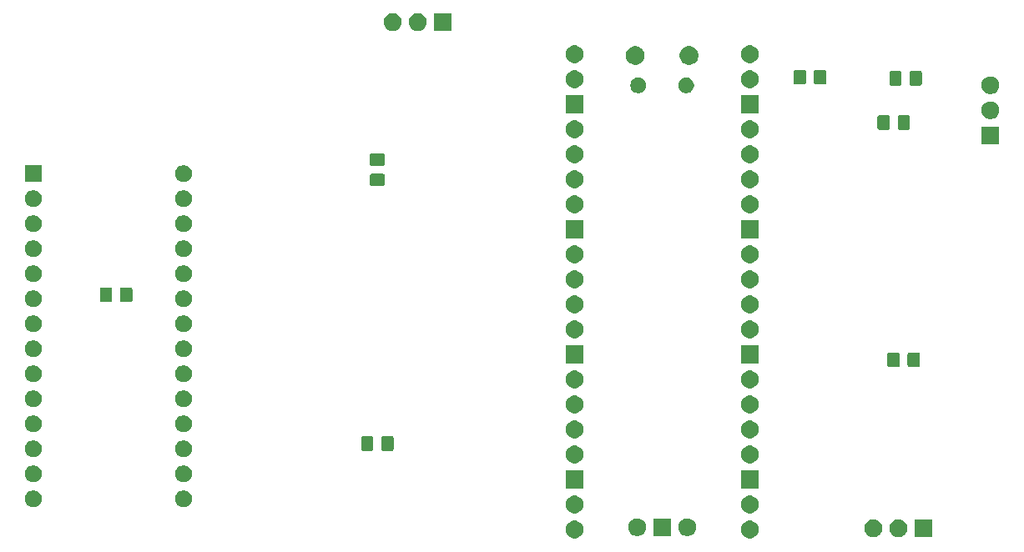
<source format=gbr>
G04 #@! TF.GenerationSoftware,KiCad,Pcbnew,5.1.5+dfsg1-2build2*
G04 #@! TF.CreationDate,2021-08-20T21:12:25+01:00*
G04 #@! TF.ProjectId,pico-rom-emulator-1,7069636f-2d72-46f6-9d2d-656d756c6174,rev?*
G04 #@! TF.SameCoordinates,Original*
G04 #@! TF.FileFunction,Soldermask,Bot*
G04 #@! TF.FilePolarity,Negative*
%FSLAX46Y46*%
G04 Gerber Fmt 4.6, Leading zero omitted, Abs format (unit mm)*
G04 Created by KiCad (PCBNEW 5.1.5+dfsg1-2build2) date 2021-08-20 21:12:25*
%MOMM*%
%LPD*%
G04 APERTURE LIST*
%ADD10C,0.100000*%
G04 APERTURE END LIST*
D10*
G36*
X232403512Y-120833927D02*
G01*
X232552812Y-120863624D01*
X232716784Y-120931544D01*
X232864354Y-121030147D01*
X232989853Y-121155646D01*
X233088456Y-121303216D01*
X233156376Y-121467188D01*
X233191000Y-121641259D01*
X233191000Y-121818741D01*
X233156376Y-121992812D01*
X233088456Y-122156784D01*
X232989853Y-122304354D01*
X232864354Y-122429853D01*
X232716784Y-122528456D01*
X232552812Y-122596376D01*
X232403512Y-122626073D01*
X232378742Y-122631000D01*
X232201258Y-122631000D01*
X232176488Y-122626073D01*
X232027188Y-122596376D01*
X231863216Y-122528456D01*
X231715646Y-122429853D01*
X231590147Y-122304354D01*
X231491544Y-122156784D01*
X231423624Y-121992812D01*
X231389000Y-121818741D01*
X231389000Y-121641259D01*
X231423624Y-121467188D01*
X231491544Y-121303216D01*
X231590147Y-121155646D01*
X231715646Y-121030147D01*
X231863216Y-120931544D01*
X232027188Y-120863624D01*
X232176488Y-120833927D01*
X232201258Y-120829000D01*
X232378742Y-120829000D01*
X232403512Y-120833927D01*
G37*
G36*
X214623512Y-120833927D02*
G01*
X214772812Y-120863624D01*
X214936784Y-120931544D01*
X215084354Y-121030147D01*
X215209853Y-121155646D01*
X215308456Y-121303216D01*
X215376376Y-121467188D01*
X215411000Y-121641259D01*
X215411000Y-121818741D01*
X215376376Y-121992812D01*
X215308456Y-122156784D01*
X215209853Y-122304354D01*
X215084354Y-122429853D01*
X214936784Y-122528456D01*
X214772812Y-122596376D01*
X214623512Y-122626073D01*
X214598742Y-122631000D01*
X214421258Y-122631000D01*
X214396488Y-122626073D01*
X214247188Y-122596376D01*
X214083216Y-122528456D01*
X213935646Y-122429853D01*
X213810147Y-122304354D01*
X213711544Y-122156784D01*
X213643624Y-121992812D01*
X213609000Y-121818741D01*
X213609000Y-121641259D01*
X213643624Y-121467188D01*
X213711544Y-121303216D01*
X213810147Y-121155646D01*
X213935646Y-121030147D01*
X214083216Y-120931544D01*
X214247188Y-120863624D01*
X214396488Y-120833927D01*
X214421258Y-120829000D01*
X214598742Y-120829000D01*
X214623512Y-120833927D01*
G37*
G36*
X247461531Y-120701544D02*
G01*
X247622812Y-120733624D01*
X247786784Y-120801544D01*
X247934354Y-120900147D01*
X248059853Y-121025646D01*
X248158456Y-121173216D01*
X248226376Y-121337188D01*
X248261000Y-121511259D01*
X248261000Y-121688741D01*
X248226376Y-121862812D01*
X248158456Y-122026784D01*
X248059853Y-122174354D01*
X247934354Y-122299853D01*
X247786784Y-122398456D01*
X247622812Y-122466376D01*
X247473512Y-122496073D01*
X247448742Y-122501000D01*
X247271258Y-122501000D01*
X247246488Y-122496073D01*
X247097188Y-122466376D01*
X246933216Y-122398456D01*
X246785646Y-122299853D01*
X246660147Y-122174354D01*
X246561544Y-122026784D01*
X246493624Y-121862812D01*
X246459000Y-121688741D01*
X246459000Y-121511259D01*
X246493624Y-121337188D01*
X246561544Y-121173216D01*
X246660147Y-121025646D01*
X246785646Y-120900147D01*
X246933216Y-120801544D01*
X247097188Y-120733624D01*
X247258469Y-120701544D01*
X247271258Y-120699000D01*
X247448742Y-120699000D01*
X247461531Y-120701544D01*
G37*
G36*
X244921531Y-120701544D02*
G01*
X245082812Y-120733624D01*
X245246784Y-120801544D01*
X245394354Y-120900147D01*
X245519853Y-121025646D01*
X245618456Y-121173216D01*
X245686376Y-121337188D01*
X245721000Y-121511259D01*
X245721000Y-121688741D01*
X245686376Y-121862812D01*
X245618456Y-122026784D01*
X245519853Y-122174354D01*
X245394354Y-122299853D01*
X245246784Y-122398456D01*
X245082812Y-122466376D01*
X244933512Y-122496073D01*
X244908742Y-122501000D01*
X244731258Y-122501000D01*
X244706488Y-122496073D01*
X244557188Y-122466376D01*
X244393216Y-122398456D01*
X244245646Y-122299853D01*
X244120147Y-122174354D01*
X244021544Y-122026784D01*
X243953624Y-121862812D01*
X243919000Y-121688741D01*
X243919000Y-121511259D01*
X243953624Y-121337188D01*
X244021544Y-121173216D01*
X244120147Y-121025646D01*
X244245646Y-120900147D01*
X244393216Y-120801544D01*
X244557188Y-120733624D01*
X244718469Y-120701544D01*
X244731258Y-120699000D01*
X244908742Y-120699000D01*
X244921531Y-120701544D01*
G37*
G36*
X250801000Y-122501000D02*
G01*
X248999000Y-122501000D01*
X248999000Y-120699000D01*
X250801000Y-120699000D01*
X250801000Y-122501000D01*
G37*
G36*
X226053512Y-120603927D02*
G01*
X226202812Y-120633624D01*
X226366784Y-120701544D01*
X226514354Y-120800147D01*
X226639853Y-120925646D01*
X226738456Y-121073216D01*
X226806376Y-121237188D01*
X226841000Y-121411259D01*
X226841000Y-121588741D01*
X226806376Y-121762812D01*
X226738456Y-121926784D01*
X226639853Y-122074354D01*
X226514354Y-122199853D01*
X226366784Y-122298456D01*
X226202812Y-122366376D01*
X226053512Y-122396073D01*
X226028742Y-122401000D01*
X225851258Y-122401000D01*
X225826488Y-122396073D01*
X225677188Y-122366376D01*
X225513216Y-122298456D01*
X225365646Y-122199853D01*
X225240147Y-122074354D01*
X225141544Y-121926784D01*
X225073624Y-121762812D01*
X225039000Y-121588741D01*
X225039000Y-121411259D01*
X225073624Y-121237188D01*
X225141544Y-121073216D01*
X225240147Y-120925646D01*
X225365646Y-120800147D01*
X225513216Y-120701544D01*
X225677188Y-120633624D01*
X225826488Y-120603927D01*
X225851258Y-120599000D01*
X226028742Y-120599000D01*
X226053512Y-120603927D01*
G37*
G36*
X224301000Y-122401000D02*
G01*
X222499000Y-122401000D01*
X222499000Y-120599000D01*
X224301000Y-120599000D01*
X224301000Y-122401000D01*
G37*
G36*
X220973512Y-120603927D02*
G01*
X221122812Y-120633624D01*
X221286784Y-120701544D01*
X221434354Y-120800147D01*
X221559853Y-120925646D01*
X221658456Y-121073216D01*
X221726376Y-121237188D01*
X221761000Y-121411259D01*
X221761000Y-121588741D01*
X221726376Y-121762812D01*
X221658456Y-121926784D01*
X221559853Y-122074354D01*
X221434354Y-122199853D01*
X221286784Y-122298456D01*
X221122812Y-122366376D01*
X220973512Y-122396073D01*
X220948742Y-122401000D01*
X220771258Y-122401000D01*
X220746488Y-122396073D01*
X220597188Y-122366376D01*
X220433216Y-122298456D01*
X220285646Y-122199853D01*
X220160147Y-122074354D01*
X220061544Y-121926784D01*
X219993624Y-121762812D01*
X219959000Y-121588741D01*
X219959000Y-121411259D01*
X219993624Y-121237188D01*
X220061544Y-121073216D01*
X220160147Y-120925646D01*
X220285646Y-120800147D01*
X220433216Y-120701544D01*
X220597188Y-120633624D01*
X220746488Y-120603927D01*
X220771258Y-120599000D01*
X220948742Y-120599000D01*
X220973512Y-120603927D01*
G37*
G36*
X232403512Y-118293927D02*
G01*
X232552812Y-118323624D01*
X232716784Y-118391544D01*
X232864354Y-118490147D01*
X232989853Y-118615646D01*
X233088456Y-118763216D01*
X233156376Y-118927188D01*
X233191000Y-119101259D01*
X233191000Y-119278741D01*
X233156376Y-119452812D01*
X233088456Y-119616784D01*
X232989853Y-119764354D01*
X232864354Y-119889853D01*
X232716784Y-119988456D01*
X232552812Y-120056376D01*
X232403512Y-120086073D01*
X232378742Y-120091000D01*
X232201258Y-120091000D01*
X232176488Y-120086073D01*
X232027188Y-120056376D01*
X231863216Y-119988456D01*
X231715646Y-119889853D01*
X231590147Y-119764354D01*
X231491544Y-119616784D01*
X231423624Y-119452812D01*
X231389000Y-119278741D01*
X231389000Y-119101259D01*
X231423624Y-118927188D01*
X231491544Y-118763216D01*
X231590147Y-118615646D01*
X231715646Y-118490147D01*
X231863216Y-118391544D01*
X232027188Y-118323624D01*
X232176488Y-118293927D01*
X232201258Y-118289000D01*
X232378742Y-118289000D01*
X232403512Y-118293927D01*
G37*
G36*
X214623512Y-118293927D02*
G01*
X214772812Y-118323624D01*
X214936784Y-118391544D01*
X215084354Y-118490147D01*
X215209853Y-118615646D01*
X215308456Y-118763216D01*
X215376376Y-118927188D01*
X215411000Y-119101259D01*
X215411000Y-119278741D01*
X215376376Y-119452812D01*
X215308456Y-119616784D01*
X215209853Y-119764354D01*
X215084354Y-119889853D01*
X214936784Y-119988456D01*
X214772812Y-120056376D01*
X214623512Y-120086073D01*
X214598742Y-120091000D01*
X214421258Y-120091000D01*
X214396488Y-120086073D01*
X214247188Y-120056376D01*
X214083216Y-119988456D01*
X213935646Y-119889853D01*
X213810147Y-119764354D01*
X213711544Y-119616784D01*
X213643624Y-119452812D01*
X213609000Y-119278741D01*
X213609000Y-119101259D01*
X213643624Y-118927188D01*
X213711544Y-118763216D01*
X213810147Y-118615646D01*
X213935646Y-118490147D01*
X214083216Y-118391544D01*
X214247188Y-118323624D01*
X214396488Y-118293927D01*
X214421258Y-118289000D01*
X214598742Y-118289000D01*
X214623512Y-118293927D01*
G37*
G36*
X159848228Y-117801703D02*
G01*
X160003100Y-117865853D01*
X160142481Y-117958985D01*
X160261015Y-118077519D01*
X160354147Y-118216900D01*
X160418297Y-118371772D01*
X160451000Y-118536184D01*
X160451000Y-118703816D01*
X160418297Y-118868228D01*
X160354147Y-119023100D01*
X160261015Y-119162481D01*
X160142481Y-119281015D01*
X160003100Y-119374147D01*
X159848228Y-119438297D01*
X159683816Y-119471000D01*
X159516184Y-119471000D01*
X159351772Y-119438297D01*
X159196900Y-119374147D01*
X159057519Y-119281015D01*
X158938985Y-119162481D01*
X158845853Y-119023100D01*
X158781703Y-118868228D01*
X158749000Y-118703816D01*
X158749000Y-118536184D01*
X158781703Y-118371772D01*
X158845853Y-118216900D01*
X158938985Y-118077519D01*
X159057519Y-117958985D01*
X159196900Y-117865853D01*
X159351772Y-117801703D01*
X159516184Y-117769000D01*
X159683816Y-117769000D01*
X159848228Y-117801703D01*
G37*
G36*
X175088228Y-117801703D02*
G01*
X175243100Y-117865853D01*
X175382481Y-117958985D01*
X175501015Y-118077519D01*
X175594147Y-118216900D01*
X175658297Y-118371772D01*
X175691000Y-118536184D01*
X175691000Y-118703816D01*
X175658297Y-118868228D01*
X175594147Y-119023100D01*
X175501015Y-119162481D01*
X175382481Y-119281015D01*
X175243100Y-119374147D01*
X175088228Y-119438297D01*
X174923816Y-119471000D01*
X174756184Y-119471000D01*
X174591772Y-119438297D01*
X174436900Y-119374147D01*
X174297519Y-119281015D01*
X174178985Y-119162481D01*
X174085853Y-119023100D01*
X174021703Y-118868228D01*
X173989000Y-118703816D01*
X173989000Y-118536184D01*
X174021703Y-118371772D01*
X174085853Y-118216900D01*
X174178985Y-118077519D01*
X174297519Y-117958985D01*
X174436900Y-117865853D01*
X174591772Y-117801703D01*
X174756184Y-117769000D01*
X174923816Y-117769000D01*
X175088228Y-117801703D01*
G37*
G36*
X233191000Y-117551000D02*
G01*
X231389000Y-117551000D01*
X231389000Y-115749000D01*
X233191000Y-115749000D01*
X233191000Y-117551000D01*
G37*
G36*
X215411000Y-117551000D02*
G01*
X213609000Y-117551000D01*
X213609000Y-115749000D01*
X215411000Y-115749000D01*
X215411000Y-117551000D01*
G37*
G36*
X175088228Y-115261703D02*
G01*
X175243100Y-115325853D01*
X175382481Y-115418985D01*
X175501015Y-115537519D01*
X175594147Y-115676900D01*
X175658297Y-115831772D01*
X175691000Y-115996184D01*
X175691000Y-116163816D01*
X175658297Y-116328228D01*
X175594147Y-116483100D01*
X175501015Y-116622481D01*
X175382481Y-116741015D01*
X175243100Y-116834147D01*
X175088228Y-116898297D01*
X174923816Y-116931000D01*
X174756184Y-116931000D01*
X174591772Y-116898297D01*
X174436900Y-116834147D01*
X174297519Y-116741015D01*
X174178985Y-116622481D01*
X174085853Y-116483100D01*
X174021703Y-116328228D01*
X173989000Y-116163816D01*
X173989000Y-115996184D01*
X174021703Y-115831772D01*
X174085853Y-115676900D01*
X174178985Y-115537519D01*
X174297519Y-115418985D01*
X174436900Y-115325853D01*
X174591772Y-115261703D01*
X174756184Y-115229000D01*
X174923816Y-115229000D01*
X175088228Y-115261703D01*
G37*
G36*
X159848228Y-115261703D02*
G01*
X160003100Y-115325853D01*
X160142481Y-115418985D01*
X160261015Y-115537519D01*
X160354147Y-115676900D01*
X160418297Y-115831772D01*
X160451000Y-115996184D01*
X160451000Y-116163816D01*
X160418297Y-116328228D01*
X160354147Y-116483100D01*
X160261015Y-116622481D01*
X160142481Y-116741015D01*
X160003100Y-116834147D01*
X159848228Y-116898297D01*
X159683816Y-116931000D01*
X159516184Y-116931000D01*
X159351772Y-116898297D01*
X159196900Y-116834147D01*
X159057519Y-116741015D01*
X158938985Y-116622481D01*
X158845853Y-116483100D01*
X158781703Y-116328228D01*
X158749000Y-116163816D01*
X158749000Y-115996184D01*
X158781703Y-115831772D01*
X158845853Y-115676900D01*
X158938985Y-115537519D01*
X159057519Y-115418985D01*
X159196900Y-115325853D01*
X159351772Y-115261703D01*
X159516184Y-115229000D01*
X159683816Y-115229000D01*
X159848228Y-115261703D01*
G37*
G36*
X232403512Y-113213927D02*
G01*
X232552812Y-113243624D01*
X232716784Y-113311544D01*
X232864354Y-113410147D01*
X232989853Y-113535646D01*
X233088456Y-113683216D01*
X233156376Y-113847188D01*
X233191000Y-114021259D01*
X233191000Y-114198741D01*
X233156376Y-114372812D01*
X233088456Y-114536784D01*
X232989853Y-114684354D01*
X232864354Y-114809853D01*
X232716784Y-114908456D01*
X232552812Y-114976376D01*
X232403512Y-115006073D01*
X232378742Y-115011000D01*
X232201258Y-115011000D01*
X232176488Y-115006073D01*
X232027188Y-114976376D01*
X231863216Y-114908456D01*
X231715646Y-114809853D01*
X231590147Y-114684354D01*
X231491544Y-114536784D01*
X231423624Y-114372812D01*
X231389000Y-114198741D01*
X231389000Y-114021259D01*
X231423624Y-113847188D01*
X231491544Y-113683216D01*
X231590147Y-113535646D01*
X231715646Y-113410147D01*
X231863216Y-113311544D01*
X232027188Y-113243624D01*
X232176488Y-113213927D01*
X232201258Y-113209000D01*
X232378742Y-113209000D01*
X232403512Y-113213927D01*
G37*
G36*
X214623512Y-113213927D02*
G01*
X214772812Y-113243624D01*
X214936784Y-113311544D01*
X215084354Y-113410147D01*
X215209853Y-113535646D01*
X215308456Y-113683216D01*
X215376376Y-113847188D01*
X215411000Y-114021259D01*
X215411000Y-114198741D01*
X215376376Y-114372812D01*
X215308456Y-114536784D01*
X215209853Y-114684354D01*
X215084354Y-114809853D01*
X214936784Y-114908456D01*
X214772812Y-114976376D01*
X214623512Y-115006073D01*
X214598742Y-115011000D01*
X214421258Y-115011000D01*
X214396488Y-115006073D01*
X214247188Y-114976376D01*
X214083216Y-114908456D01*
X213935646Y-114809853D01*
X213810147Y-114684354D01*
X213711544Y-114536784D01*
X213643624Y-114372812D01*
X213609000Y-114198741D01*
X213609000Y-114021259D01*
X213643624Y-113847188D01*
X213711544Y-113683216D01*
X213810147Y-113535646D01*
X213935646Y-113410147D01*
X214083216Y-113311544D01*
X214247188Y-113243624D01*
X214396488Y-113213927D01*
X214421258Y-113209000D01*
X214598742Y-113209000D01*
X214623512Y-113213927D01*
G37*
G36*
X159848228Y-112721703D02*
G01*
X160003100Y-112785853D01*
X160142481Y-112878985D01*
X160261015Y-112997519D01*
X160354147Y-113136900D01*
X160418297Y-113291772D01*
X160451000Y-113456184D01*
X160451000Y-113623816D01*
X160418297Y-113788228D01*
X160354147Y-113943100D01*
X160261015Y-114082481D01*
X160142481Y-114201015D01*
X160003100Y-114294147D01*
X159848228Y-114358297D01*
X159683816Y-114391000D01*
X159516184Y-114391000D01*
X159351772Y-114358297D01*
X159196900Y-114294147D01*
X159057519Y-114201015D01*
X158938985Y-114082481D01*
X158845853Y-113943100D01*
X158781703Y-113788228D01*
X158749000Y-113623816D01*
X158749000Y-113456184D01*
X158781703Y-113291772D01*
X158845853Y-113136900D01*
X158938985Y-112997519D01*
X159057519Y-112878985D01*
X159196900Y-112785853D01*
X159351772Y-112721703D01*
X159516184Y-112689000D01*
X159683816Y-112689000D01*
X159848228Y-112721703D01*
G37*
G36*
X175088228Y-112721703D02*
G01*
X175243100Y-112785853D01*
X175382481Y-112878985D01*
X175501015Y-112997519D01*
X175594147Y-113136900D01*
X175658297Y-113291772D01*
X175691000Y-113456184D01*
X175691000Y-113623816D01*
X175658297Y-113788228D01*
X175594147Y-113943100D01*
X175501015Y-114082481D01*
X175382481Y-114201015D01*
X175243100Y-114294147D01*
X175088228Y-114358297D01*
X174923816Y-114391000D01*
X174756184Y-114391000D01*
X174591772Y-114358297D01*
X174436900Y-114294147D01*
X174297519Y-114201015D01*
X174178985Y-114082481D01*
X174085853Y-113943100D01*
X174021703Y-113788228D01*
X173989000Y-113623816D01*
X173989000Y-113456184D01*
X174021703Y-113291772D01*
X174085853Y-113136900D01*
X174178985Y-112997519D01*
X174297519Y-112878985D01*
X174436900Y-112785853D01*
X174591772Y-112721703D01*
X174756184Y-112689000D01*
X174923816Y-112689000D01*
X175088228Y-112721703D01*
G37*
G36*
X193938674Y-112253465D02*
G01*
X193976367Y-112264899D01*
X194011103Y-112283466D01*
X194041548Y-112308452D01*
X194066534Y-112338897D01*
X194085101Y-112373633D01*
X194096535Y-112411326D01*
X194101000Y-112456661D01*
X194101000Y-113543339D01*
X194096535Y-113588674D01*
X194085101Y-113626367D01*
X194066534Y-113661103D01*
X194041548Y-113691548D01*
X194011103Y-113716534D01*
X193976367Y-113735101D01*
X193938674Y-113746535D01*
X193893339Y-113751000D01*
X193056661Y-113751000D01*
X193011326Y-113746535D01*
X192973633Y-113735101D01*
X192938897Y-113716534D01*
X192908452Y-113691548D01*
X192883466Y-113661103D01*
X192864899Y-113626367D01*
X192853465Y-113588674D01*
X192849000Y-113543339D01*
X192849000Y-112456661D01*
X192853465Y-112411326D01*
X192864899Y-112373633D01*
X192883466Y-112338897D01*
X192908452Y-112308452D01*
X192938897Y-112283466D01*
X192973633Y-112264899D01*
X193011326Y-112253465D01*
X193056661Y-112249000D01*
X193893339Y-112249000D01*
X193938674Y-112253465D01*
G37*
G36*
X195988674Y-112253465D02*
G01*
X196026367Y-112264899D01*
X196061103Y-112283466D01*
X196091548Y-112308452D01*
X196116534Y-112338897D01*
X196135101Y-112373633D01*
X196146535Y-112411326D01*
X196151000Y-112456661D01*
X196151000Y-113543339D01*
X196146535Y-113588674D01*
X196135101Y-113626367D01*
X196116534Y-113661103D01*
X196091548Y-113691548D01*
X196061103Y-113716534D01*
X196026367Y-113735101D01*
X195988674Y-113746535D01*
X195943339Y-113751000D01*
X195106661Y-113751000D01*
X195061326Y-113746535D01*
X195023633Y-113735101D01*
X194988897Y-113716534D01*
X194958452Y-113691548D01*
X194933466Y-113661103D01*
X194914899Y-113626367D01*
X194903465Y-113588674D01*
X194899000Y-113543339D01*
X194899000Y-112456661D01*
X194903465Y-112411326D01*
X194914899Y-112373633D01*
X194933466Y-112338897D01*
X194958452Y-112308452D01*
X194988897Y-112283466D01*
X195023633Y-112264899D01*
X195061326Y-112253465D01*
X195106661Y-112249000D01*
X195943339Y-112249000D01*
X195988674Y-112253465D01*
G37*
G36*
X232403512Y-110673927D02*
G01*
X232552812Y-110703624D01*
X232716784Y-110771544D01*
X232864354Y-110870147D01*
X232989853Y-110995646D01*
X233088456Y-111143216D01*
X233156376Y-111307188D01*
X233191000Y-111481259D01*
X233191000Y-111658741D01*
X233156376Y-111832812D01*
X233088456Y-111996784D01*
X232989853Y-112144354D01*
X232864354Y-112269853D01*
X232716784Y-112368456D01*
X232552812Y-112436376D01*
X232403512Y-112466073D01*
X232378742Y-112471000D01*
X232201258Y-112471000D01*
X232176488Y-112466073D01*
X232027188Y-112436376D01*
X231863216Y-112368456D01*
X231715646Y-112269853D01*
X231590147Y-112144354D01*
X231491544Y-111996784D01*
X231423624Y-111832812D01*
X231389000Y-111658741D01*
X231389000Y-111481259D01*
X231423624Y-111307188D01*
X231491544Y-111143216D01*
X231590147Y-110995646D01*
X231715646Y-110870147D01*
X231863216Y-110771544D01*
X232027188Y-110703624D01*
X232176488Y-110673927D01*
X232201258Y-110669000D01*
X232378742Y-110669000D01*
X232403512Y-110673927D01*
G37*
G36*
X214623512Y-110673927D02*
G01*
X214772812Y-110703624D01*
X214936784Y-110771544D01*
X215084354Y-110870147D01*
X215209853Y-110995646D01*
X215308456Y-111143216D01*
X215376376Y-111307188D01*
X215411000Y-111481259D01*
X215411000Y-111658741D01*
X215376376Y-111832812D01*
X215308456Y-111996784D01*
X215209853Y-112144354D01*
X215084354Y-112269853D01*
X214936784Y-112368456D01*
X214772812Y-112436376D01*
X214623512Y-112466073D01*
X214598742Y-112471000D01*
X214421258Y-112471000D01*
X214396488Y-112466073D01*
X214247188Y-112436376D01*
X214083216Y-112368456D01*
X213935646Y-112269853D01*
X213810147Y-112144354D01*
X213711544Y-111996784D01*
X213643624Y-111832812D01*
X213609000Y-111658741D01*
X213609000Y-111481259D01*
X213643624Y-111307188D01*
X213711544Y-111143216D01*
X213810147Y-110995646D01*
X213935646Y-110870147D01*
X214083216Y-110771544D01*
X214247188Y-110703624D01*
X214396488Y-110673927D01*
X214421258Y-110669000D01*
X214598742Y-110669000D01*
X214623512Y-110673927D01*
G37*
G36*
X175088228Y-110181703D02*
G01*
X175243100Y-110245853D01*
X175382481Y-110338985D01*
X175501015Y-110457519D01*
X175594147Y-110596900D01*
X175658297Y-110751772D01*
X175691000Y-110916184D01*
X175691000Y-111083816D01*
X175658297Y-111248228D01*
X175594147Y-111403100D01*
X175501015Y-111542481D01*
X175382481Y-111661015D01*
X175243100Y-111754147D01*
X175088228Y-111818297D01*
X174923816Y-111851000D01*
X174756184Y-111851000D01*
X174591772Y-111818297D01*
X174436900Y-111754147D01*
X174297519Y-111661015D01*
X174178985Y-111542481D01*
X174085853Y-111403100D01*
X174021703Y-111248228D01*
X173989000Y-111083816D01*
X173989000Y-110916184D01*
X174021703Y-110751772D01*
X174085853Y-110596900D01*
X174178985Y-110457519D01*
X174297519Y-110338985D01*
X174436900Y-110245853D01*
X174591772Y-110181703D01*
X174756184Y-110149000D01*
X174923816Y-110149000D01*
X175088228Y-110181703D01*
G37*
G36*
X159848228Y-110181703D02*
G01*
X160003100Y-110245853D01*
X160142481Y-110338985D01*
X160261015Y-110457519D01*
X160354147Y-110596900D01*
X160418297Y-110751772D01*
X160451000Y-110916184D01*
X160451000Y-111083816D01*
X160418297Y-111248228D01*
X160354147Y-111403100D01*
X160261015Y-111542481D01*
X160142481Y-111661015D01*
X160003100Y-111754147D01*
X159848228Y-111818297D01*
X159683816Y-111851000D01*
X159516184Y-111851000D01*
X159351772Y-111818297D01*
X159196900Y-111754147D01*
X159057519Y-111661015D01*
X158938985Y-111542481D01*
X158845853Y-111403100D01*
X158781703Y-111248228D01*
X158749000Y-111083816D01*
X158749000Y-110916184D01*
X158781703Y-110751772D01*
X158845853Y-110596900D01*
X158938985Y-110457519D01*
X159057519Y-110338985D01*
X159196900Y-110245853D01*
X159351772Y-110181703D01*
X159516184Y-110149000D01*
X159683816Y-110149000D01*
X159848228Y-110181703D01*
G37*
G36*
X232403512Y-108133927D02*
G01*
X232552812Y-108163624D01*
X232716784Y-108231544D01*
X232864354Y-108330147D01*
X232989853Y-108455646D01*
X233088456Y-108603216D01*
X233156376Y-108767188D01*
X233191000Y-108941259D01*
X233191000Y-109118741D01*
X233156376Y-109292812D01*
X233088456Y-109456784D01*
X232989853Y-109604354D01*
X232864354Y-109729853D01*
X232716784Y-109828456D01*
X232552812Y-109896376D01*
X232403512Y-109926073D01*
X232378742Y-109931000D01*
X232201258Y-109931000D01*
X232176488Y-109926073D01*
X232027188Y-109896376D01*
X231863216Y-109828456D01*
X231715646Y-109729853D01*
X231590147Y-109604354D01*
X231491544Y-109456784D01*
X231423624Y-109292812D01*
X231389000Y-109118741D01*
X231389000Y-108941259D01*
X231423624Y-108767188D01*
X231491544Y-108603216D01*
X231590147Y-108455646D01*
X231715646Y-108330147D01*
X231863216Y-108231544D01*
X232027188Y-108163624D01*
X232176488Y-108133927D01*
X232201258Y-108129000D01*
X232378742Y-108129000D01*
X232403512Y-108133927D01*
G37*
G36*
X214623512Y-108133927D02*
G01*
X214772812Y-108163624D01*
X214936784Y-108231544D01*
X215084354Y-108330147D01*
X215209853Y-108455646D01*
X215308456Y-108603216D01*
X215376376Y-108767188D01*
X215411000Y-108941259D01*
X215411000Y-109118741D01*
X215376376Y-109292812D01*
X215308456Y-109456784D01*
X215209853Y-109604354D01*
X215084354Y-109729853D01*
X214936784Y-109828456D01*
X214772812Y-109896376D01*
X214623512Y-109926073D01*
X214598742Y-109931000D01*
X214421258Y-109931000D01*
X214396488Y-109926073D01*
X214247188Y-109896376D01*
X214083216Y-109828456D01*
X213935646Y-109729853D01*
X213810147Y-109604354D01*
X213711544Y-109456784D01*
X213643624Y-109292812D01*
X213609000Y-109118741D01*
X213609000Y-108941259D01*
X213643624Y-108767188D01*
X213711544Y-108603216D01*
X213810147Y-108455646D01*
X213935646Y-108330147D01*
X214083216Y-108231544D01*
X214247188Y-108163624D01*
X214396488Y-108133927D01*
X214421258Y-108129000D01*
X214598742Y-108129000D01*
X214623512Y-108133927D01*
G37*
G36*
X159848228Y-107641703D02*
G01*
X160003100Y-107705853D01*
X160142481Y-107798985D01*
X160261015Y-107917519D01*
X160354147Y-108056900D01*
X160418297Y-108211772D01*
X160451000Y-108376184D01*
X160451000Y-108543816D01*
X160418297Y-108708228D01*
X160354147Y-108863100D01*
X160261015Y-109002481D01*
X160142481Y-109121015D01*
X160003100Y-109214147D01*
X159848228Y-109278297D01*
X159683816Y-109311000D01*
X159516184Y-109311000D01*
X159351772Y-109278297D01*
X159196900Y-109214147D01*
X159057519Y-109121015D01*
X158938985Y-109002481D01*
X158845853Y-108863100D01*
X158781703Y-108708228D01*
X158749000Y-108543816D01*
X158749000Y-108376184D01*
X158781703Y-108211772D01*
X158845853Y-108056900D01*
X158938985Y-107917519D01*
X159057519Y-107798985D01*
X159196900Y-107705853D01*
X159351772Y-107641703D01*
X159516184Y-107609000D01*
X159683816Y-107609000D01*
X159848228Y-107641703D01*
G37*
G36*
X175088228Y-107641703D02*
G01*
X175243100Y-107705853D01*
X175382481Y-107798985D01*
X175501015Y-107917519D01*
X175594147Y-108056900D01*
X175658297Y-108211772D01*
X175691000Y-108376184D01*
X175691000Y-108543816D01*
X175658297Y-108708228D01*
X175594147Y-108863100D01*
X175501015Y-109002481D01*
X175382481Y-109121015D01*
X175243100Y-109214147D01*
X175088228Y-109278297D01*
X174923816Y-109311000D01*
X174756184Y-109311000D01*
X174591772Y-109278297D01*
X174436900Y-109214147D01*
X174297519Y-109121015D01*
X174178985Y-109002481D01*
X174085853Y-108863100D01*
X174021703Y-108708228D01*
X173989000Y-108543816D01*
X173989000Y-108376184D01*
X174021703Y-108211772D01*
X174085853Y-108056900D01*
X174178985Y-107917519D01*
X174297519Y-107798985D01*
X174436900Y-107705853D01*
X174591772Y-107641703D01*
X174756184Y-107609000D01*
X174923816Y-107609000D01*
X175088228Y-107641703D01*
G37*
G36*
X232403512Y-105593927D02*
G01*
X232552812Y-105623624D01*
X232716784Y-105691544D01*
X232864354Y-105790147D01*
X232989853Y-105915646D01*
X233088456Y-106063216D01*
X233156376Y-106227188D01*
X233191000Y-106401259D01*
X233191000Y-106578741D01*
X233156376Y-106752812D01*
X233088456Y-106916784D01*
X232989853Y-107064354D01*
X232864354Y-107189853D01*
X232716784Y-107288456D01*
X232552812Y-107356376D01*
X232403512Y-107386073D01*
X232378742Y-107391000D01*
X232201258Y-107391000D01*
X232176488Y-107386073D01*
X232027188Y-107356376D01*
X231863216Y-107288456D01*
X231715646Y-107189853D01*
X231590147Y-107064354D01*
X231491544Y-106916784D01*
X231423624Y-106752812D01*
X231389000Y-106578741D01*
X231389000Y-106401259D01*
X231423624Y-106227188D01*
X231491544Y-106063216D01*
X231590147Y-105915646D01*
X231715646Y-105790147D01*
X231863216Y-105691544D01*
X232027188Y-105623624D01*
X232176488Y-105593927D01*
X232201258Y-105589000D01*
X232378742Y-105589000D01*
X232403512Y-105593927D01*
G37*
G36*
X214623512Y-105593927D02*
G01*
X214772812Y-105623624D01*
X214936784Y-105691544D01*
X215084354Y-105790147D01*
X215209853Y-105915646D01*
X215308456Y-106063216D01*
X215376376Y-106227188D01*
X215411000Y-106401259D01*
X215411000Y-106578741D01*
X215376376Y-106752812D01*
X215308456Y-106916784D01*
X215209853Y-107064354D01*
X215084354Y-107189853D01*
X214936784Y-107288456D01*
X214772812Y-107356376D01*
X214623512Y-107386073D01*
X214598742Y-107391000D01*
X214421258Y-107391000D01*
X214396488Y-107386073D01*
X214247188Y-107356376D01*
X214083216Y-107288456D01*
X213935646Y-107189853D01*
X213810147Y-107064354D01*
X213711544Y-106916784D01*
X213643624Y-106752812D01*
X213609000Y-106578741D01*
X213609000Y-106401259D01*
X213643624Y-106227188D01*
X213711544Y-106063216D01*
X213810147Y-105915646D01*
X213935646Y-105790147D01*
X214083216Y-105691544D01*
X214247188Y-105623624D01*
X214396488Y-105593927D01*
X214421258Y-105589000D01*
X214598742Y-105589000D01*
X214623512Y-105593927D01*
G37*
G36*
X159848228Y-105101703D02*
G01*
X160003100Y-105165853D01*
X160142481Y-105258985D01*
X160261015Y-105377519D01*
X160354147Y-105516900D01*
X160418297Y-105671772D01*
X160451000Y-105836184D01*
X160451000Y-106003816D01*
X160418297Y-106168228D01*
X160354147Y-106323100D01*
X160261015Y-106462481D01*
X160142481Y-106581015D01*
X160003100Y-106674147D01*
X159848228Y-106738297D01*
X159683816Y-106771000D01*
X159516184Y-106771000D01*
X159351772Y-106738297D01*
X159196900Y-106674147D01*
X159057519Y-106581015D01*
X158938985Y-106462481D01*
X158845853Y-106323100D01*
X158781703Y-106168228D01*
X158749000Y-106003816D01*
X158749000Y-105836184D01*
X158781703Y-105671772D01*
X158845853Y-105516900D01*
X158938985Y-105377519D01*
X159057519Y-105258985D01*
X159196900Y-105165853D01*
X159351772Y-105101703D01*
X159516184Y-105069000D01*
X159683816Y-105069000D01*
X159848228Y-105101703D01*
G37*
G36*
X175088228Y-105101703D02*
G01*
X175243100Y-105165853D01*
X175382481Y-105258985D01*
X175501015Y-105377519D01*
X175594147Y-105516900D01*
X175658297Y-105671772D01*
X175691000Y-105836184D01*
X175691000Y-106003816D01*
X175658297Y-106168228D01*
X175594147Y-106323100D01*
X175501015Y-106462481D01*
X175382481Y-106581015D01*
X175243100Y-106674147D01*
X175088228Y-106738297D01*
X174923816Y-106771000D01*
X174756184Y-106771000D01*
X174591772Y-106738297D01*
X174436900Y-106674147D01*
X174297519Y-106581015D01*
X174178985Y-106462481D01*
X174085853Y-106323100D01*
X174021703Y-106168228D01*
X173989000Y-106003816D01*
X173989000Y-105836184D01*
X174021703Y-105671772D01*
X174085853Y-105516900D01*
X174178985Y-105377519D01*
X174297519Y-105258985D01*
X174436900Y-105165853D01*
X174591772Y-105101703D01*
X174756184Y-105069000D01*
X174923816Y-105069000D01*
X175088228Y-105101703D01*
G37*
G36*
X249388674Y-103753465D02*
G01*
X249426367Y-103764899D01*
X249461103Y-103783466D01*
X249491548Y-103808452D01*
X249516534Y-103838897D01*
X249535101Y-103873633D01*
X249546535Y-103911326D01*
X249551000Y-103956661D01*
X249551000Y-105043339D01*
X249546535Y-105088674D01*
X249535101Y-105126367D01*
X249516534Y-105161103D01*
X249491548Y-105191548D01*
X249461103Y-105216534D01*
X249426367Y-105235101D01*
X249388674Y-105246535D01*
X249343339Y-105251000D01*
X248506661Y-105251000D01*
X248461326Y-105246535D01*
X248423633Y-105235101D01*
X248388897Y-105216534D01*
X248358452Y-105191548D01*
X248333466Y-105161103D01*
X248314899Y-105126367D01*
X248303465Y-105088674D01*
X248299000Y-105043339D01*
X248299000Y-103956661D01*
X248303465Y-103911326D01*
X248314899Y-103873633D01*
X248333466Y-103838897D01*
X248358452Y-103808452D01*
X248388897Y-103783466D01*
X248423633Y-103764899D01*
X248461326Y-103753465D01*
X248506661Y-103749000D01*
X249343339Y-103749000D01*
X249388674Y-103753465D01*
G37*
G36*
X247338674Y-103753465D02*
G01*
X247376367Y-103764899D01*
X247411103Y-103783466D01*
X247441548Y-103808452D01*
X247466534Y-103838897D01*
X247485101Y-103873633D01*
X247496535Y-103911326D01*
X247501000Y-103956661D01*
X247501000Y-105043339D01*
X247496535Y-105088674D01*
X247485101Y-105126367D01*
X247466534Y-105161103D01*
X247441548Y-105191548D01*
X247411103Y-105216534D01*
X247376367Y-105235101D01*
X247338674Y-105246535D01*
X247293339Y-105251000D01*
X246456661Y-105251000D01*
X246411326Y-105246535D01*
X246373633Y-105235101D01*
X246338897Y-105216534D01*
X246308452Y-105191548D01*
X246283466Y-105161103D01*
X246264899Y-105126367D01*
X246253465Y-105088674D01*
X246249000Y-105043339D01*
X246249000Y-103956661D01*
X246253465Y-103911326D01*
X246264899Y-103873633D01*
X246283466Y-103838897D01*
X246308452Y-103808452D01*
X246338897Y-103783466D01*
X246373633Y-103764899D01*
X246411326Y-103753465D01*
X246456661Y-103749000D01*
X247293339Y-103749000D01*
X247338674Y-103753465D01*
G37*
G36*
X233191000Y-104851000D02*
G01*
X231389000Y-104851000D01*
X231389000Y-103049000D01*
X233191000Y-103049000D01*
X233191000Y-104851000D01*
G37*
G36*
X215411000Y-104851000D02*
G01*
X213609000Y-104851000D01*
X213609000Y-103049000D01*
X215411000Y-103049000D01*
X215411000Y-104851000D01*
G37*
G36*
X159848228Y-102561703D02*
G01*
X160003100Y-102625853D01*
X160142481Y-102718985D01*
X160261015Y-102837519D01*
X160354147Y-102976900D01*
X160418297Y-103131772D01*
X160451000Y-103296184D01*
X160451000Y-103463816D01*
X160418297Y-103628228D01*
X160354147Y-103783100D01*
X160261015Y-103922481D01*
X160142481Y-104041015D01*
X160003100Y-104134147D01*
X159848228Y-104198297D01*
X159683816Y-104231000D01*
X159516184Y-104231000D01*
X159351772Y-104198297D01*
X159196900Y-104134147D01*
X159057519Y-104041015D01*
X158938985Y-103922481D01*
X158845853Y-103783100D01*
X158781703Y-103628228D01*
X158749000Y-103463816D01*
X158749000Y-103296184D01*
X158781703Y-103131772D01*
X158845853Y-102976900D01*
X158938985Y-102837519D01*
X159057519Y-102718985D01*
X159196900Y-102625853D01*
X159351772Y-102561703D01*
X159516184Y-102529000D01*
X159683816Y-102529000D01*
X159848228Y-102561703D01*
G37*
G36*
X175088228Y-102561703D02*
G01*
X175243100Y-102625853D01*
X175382481Y-102718985D01*
X175501015Y-102837519D01*
X175594147Y-102976900D01*
X175658297Y-103131772D01*
X175691000Y-103296184D01*
X175691000Y-103463816D01*
X175658297Y-103628228D01*
X175594147Y-103783100D01*
X175501015Y-103922481D01*
X175382481Y-104041015D01*
X175243100Y-104134147D01*
X175088228Y-104198297D01*
X174923816Y-104231000D01*
X174756184Y-104231000D01*
X174591772Y-104198297D01*
X174436900Y-104134147D01*
X174297519Y-104041015D01*
X174178985Y-103922481D01*
X174085853Y-103783100D01*
X174021703Y-103628228D01*
X173989000Y-103463816D01*
X173989000Y-103296184D01*
X174021703Y-103131772D01*
X174085853Y-102976900D01*
X174178985Y-102837519D01*
X174297519Y-102718985D01*
X174436900Y-102625853D01*
X174591772Y-102561703D01*
X174756184Y-102529000D01*
X174923816Y-102529000D01*
X175088228Y-102561703D01*
G37*
G36*
X214623512Y-100513927D02*
G01*
X214772812Y-100543624D01*
X214936784Y-100611544D01*
X215084354Y-100710147D01*
X215209853Y-100835646D01*
X215308456Y-100983216D01*
X215376376Y-101147188D01*
X215411000Y-101321259D01*
X215411000Y-101498741D01*
X215376376Y-101672812D01*
X215308456Y-101836784D01*
X215209853Y-101984354D01*
X215084354Y-102109853D01*
X214936784Y-102208456D01*
X214772812Y-102276376D01*
X214623512Y-102306073D01*
X214598742Y-102311000D01*
X214421258Y-102311000D01*
X214396488Y-102306073D01*
X214247188Y-102276376D01*
X214083216Y-102208456D01*
X213935646Y-102109853D01*
X213810147Y-101984354D01*
X213711544Y-101836784D01*
X213643624Y-101672812D01*
X213609000Y-101498741D01*
X213609000Y-101321259D01*
X213643624Y-101147188D01*
X213711544Y-100983216D01*
X213810147Y-100835646D01*
X213935646Y-100710147D01*
X214083216Y-100611544D01*
X214247188Y-100543624D01*
X214396488Y-100513927D01*
X214421258Y-100509000D01*
X214598742Y-100509000D01*
X214623512Y-100513927D01*
G37*
G36*
X232403512Y-100513927D02*
G01*
X232552812Y-100543624D01*
X232716784Y-100611544D01*
X232864354Y-100710147D01*
X232989853Y-100835646D01*
X233088456Y-100983216D01*
X233156376Y-101147188D01*
X233191000Y-101321259D01*
X233191000Y-101498741D01*
X233156376Y-101672812D01*
X233088456Y-101836784D01*
X232989853Y-101984354D01*
X232864354Y-102109853D01*
X232716784Y-102208456D01*
X232552812Y-102276376D01*
X232403512Y-102306073D01*
X232378742Y-102311000D01*
X232201258Y-102311000D01*
X232176488Y-102306073D01*
X232027188Y-102276376D01*
X231863216Y-102208456D01*
X231715646Y-102109853D01*
X231590147Y-101984354D01*
X231491544Y-101836784D01*
X231423624Y-101672812D01*
X231389000Y-101498741D01*
X231389000Y-101321259D01*
X231423624Y-101147188D01*
X231491544Y-100983216D01*
X231590147Y-100835646D01*
X231715646Y-100710147D01*
X231863216Y-100611544D01*
X232027188Y-100543624D01*
X232176488Y-100513927D01*
X232201258Y-100509000D01*
X232378742Y-100509000D01*
X232403512Y-100513927D01*
G37*
G36*
X175088228Y-100021703D02*
G01*
X175243100Y-100085853D01*
X175382481Y-100178985D01*
X175501015Y-100297519D01*
X175594147Y-100436900D01*
X175658297Y-100591772D01*
X175691000Y-100756184D01*
X175691000Y-100923816D01*
X175658297Y-101088228D01*
X175594147Y-101243100D01*
X175501015Y-101382481D01*
X175382481Y-101501015D01*
X175243100Y-101594147D01*
X175088228Y-101658297D01*
X174923816Y-101691000D01*
X174756184Y-101691000D01*
X174591772Y-101658297D01*
X174436900Y-101594147D01*
X174297519Y-101501015D01*
X174178985Y-101382481D01*
X174085853Y-101243100D01*
X174021703Y-101088228D01*
X173989000Y-100923816D01*
X173989000Y-100756184D01*
X174021703Y-100591772D01*
X174085853Y-100436900D01*
X174178985Y-100297519D01*
X174297519Y-100178985D01*
X174436900Y-100085853D01*
X174591772Y-100021703D01*
X174756184Y-99989000D01*
X174923816Y-99989000D01*
X175088228Y-100021703D01*
G37*
G36*
X159848228Y-100021703D02*
G01*
X160003100Y-100085853D01*
X160142481Y-100178985D01*
X160261015Y-100297519D01*
X160354147Y-100436900D01*
X160418297Y-100591772D01*
X160451000Y-100756184D01*
X160451000Y-100923816D01*
X160418297Y-101088228D01*
X160354147Y-101243100D01*
X160261015Y-101382481D01*
X160142481Y-101501015D01*
X160003100Y-101594147D01*
X159848228Y-101658297D01*
X159683816Y-101691000D01*
X159516184Y-101691000D01*
X159351772Y-101658297D01*
X159196900Y-101594147D01*
X159057519Y-101501015D01*
X158938985Y-101382481D01*
X158845853Y-101243100D01*
X158781703Y-101088228D01*
X158749000Y-100923816D01*
X158749000Y-100756184D01*
X158781703Y-100591772D01*
X158845853Y-100436900D01*
X158938985Y-100297519D01*
X159057519Y-100178985D01*
X159196900Y-100085853D01*
X159351772Y-100021703D01*
X159516184Y-99989000D01*
X159683816Y-99989000D01*
X159848228Y-100021703D01*
G37*
G36*
X214623512Y-97973927D02*
G01*
X214772812Y-98003624D01*
X214936784Y-98071544D01*
X215084354Y-98170147D01*
X215209853Y-98295646D01*
X215308456Y-98443216D01*
X215376376Y-98607188D01*
X215411000Y-98781259D01*
X215411000Y-98958741D01*
X215376376Y-99132812D01*
X215308456Y-99296784D01*
X215209853Y-99444354D01*
X215084354Y-99569853D01*
X214936784Y-99668456D01*
X214772812Y-99736376D01*
X214623512Y-99766073D01*
X214598742Y-99771000D01*
X214421258Y-99771000D01*
X214396488Y-99766073D01*
X214247188Y-99736376D01*
X214083216Y-99668456D01*
X213935646Y-99569853D01*
X213810147Y-99444354D01*
X213711544Y-99296784D01*
X213643624Y-99132812D01*
X213609000Y-98958741D01*
X213609000Y-98781259D01*
X213643624Y-98607188D01*
X213711544Y-98443216D01*
X213810147Y-98295646D01*
X213935646Y-98170147D01*
X214083216Y-98071544D01*
X214247188Y-98003624D01*
X214396488Y-97973927D01*
X214421258Y-97969000D01*
X214598742Y-97969000D01*
X214623512Y-97973927D01*
G37*
G36*
X232403512Y-97973927D02*
G01*
X232552812Y-98003624D01*
X232716784Y-98071544D01*
X232864354Y-98170147D01*
X232989853Y-98295646D01*
X233088456Y-98443216D01*
X233156376Y-98607188D01*
X233191000Y-98781259D01*
X233191000Y-98958741D01*
X233156376Y-99132812D01*
X233088456Y-99296784D01*
X232989853Y-99444354D01*
X232864354Y-99569853D01*
X232716784Y-99668456D01*
X232552812Y-99736376D01*
X232403512Y-99766073D01*
X232378742Y-99771000D01*
X232201258Y-99771000D01*
X232176488Y-99766073D01*
X232027188Y-99736376D01*
X231863216Y-99668456D01*
X231715646Y-99569853D01*
X231590147Y-99444354D01*
X231491544Y-99296784D01*
X231423624Y-99132812D01*
X231389000Y-98958741D01*
X231389000Y-98781259D01*
X231423624Y-98607188D01*
X231491544Y-98443216D01*
X231590147Y-98295646D01*
X231715646Y-98170147D01*
X231863216Y-98071544D01*
X232027188Y-98003624D01*
X232176488Y-97973927D01*
X232201258Y-97969000D01*
X232378742Y-97969000D01*
X232403512Y-97973927D01*
G37*
G36*
X159848228Y-97481703D02*
G01*
X160003100Y-97545853D01*
X160142481Y-97638985D01*
X160261015Y-97757519D01*
X160354147Y-97896900D01*
X160418297Y-98051772D01*
X160451000Y-98216184D01*
X160451000Y-98383816D01*
X160418297Y-98548228D01*
X160354147Y-98703100D01*
X160261015Y-98842481D01*
X160142481Y-98961015D01*
X160003100Y-99054147D01*
X159848228Y-99118297D01*
X159683816Y-99151000D01*
X159516184Y-99151000D01*
X159351772Y-99118297D01*
X159196900Y-99054147D01*
X159057519Y-98961015D01*
X158938985Y-98842481D01*
X158845853Y-98703100D01*
X158781703Y-98548228D01*
X158749000Y-98383816D01*
X158749000Y-98216184D01*
X158781703Y-98051772D01*
X158845853Y-97896900D01*
X158938985Y-97757519D01*
X159057519Y-97638985D01*
X159196900Y-97545853D01*
X159351772Y-97481703D01*
X159516184Y-97449000D01*
X159683816Y-97449000D01*
X159848228Y-97481703D01*
G37*
G36*
X175088228Y-97481703D02*
G01*
X175243100Y-97545853D01*
X175382481Y-97638985D01*
X175501015Y-97757519D01*
X175594147Y-97896900D01*
X175658297Y-98051772D01*
X175691000Y-98216184D01*
X175691000Y-98383816D01*
X175658297Y-98548228D01*
X175594147Y-98703100D01*
X175501015Y-98842481D01*
X175382481Y-98961015D01*
X175243100Y-99054147D01*
X175088228Y-99118297D01*
X174923816Y-99151000D01*
X174756184Y-99151000D01*
X174591772Y-99118297D01*
X174436900Y-99054147D01*
X174297519Y-98961015D01*
X174178985Y-98842481D01*
X174085853Y-98703100D01*
X174021703Y-98548228D01*
X173989000Y-98383816D01*
X173989000Y-98216184D01*
X174021703Y-98051772D01*
X174085853Y-97896900D01*
X174178985Y-97757519D01*
X174297519Y-97638985D01*
X174436900Y-97545853D01*
X174591772Y-97481703D01*
X174756184Y-97449000D01*
X174923816Y-97449000D01*
X175088228Y-97481703D01*
G37*
G36*
X167438674Y-97153465D02*
G01*
X167476367Y-97164899D01*
X167511103Y-97183466D01*
X167541548Y-97208452D01*
X167566534Y-97238897D01*
X167585101Y-97273633D01*
X167596535Y-97311326D01*
X167601000Y-97356661D01*
X167601000Y-98443339D01*
X167596535Y-98488674D01*
X167585101Y-98526367D01*
X167566534Y-98561103D01*
X167541548Y-98591548D01*
X167511103Y-98616534D01*
X167476367Y-98635101D01*
X167438674Y-98646535D01*
X167393339Y-98651000D01*
X166556661Y-98651000D01*
X166511326Y-98646535D01*
X166473633Y-98635101D01*
X166438897Y-98616534D01*
X166408452Y-98591548D01*
X166383466Y-98561103D01*
X166364899Y-98526367D01*
X166353465Y-98488674D01*
X166349000Y-98443339D01*
X166349000Y-97356661D01*
X166353465Y-97311326D01*
X166364899Y-97273633D01*
X166383466Y-97238897D01*
X166408452Y-97208452D01*
X166438897Y-97183466D01*
X166473633Y-97164899D01*
X166511326Y-97153465D01*
X166556661Y-97149000D01*
X167393339Y-97149000D01*
X167438674Y-97153465D01*
G37*
G36*
X169488674Y-97153465D02*
G01*
X169526367Y-97164899D01*
X169561103Y-97183466D01*
X169591548Y-97208452D01*
X169616534Y-97238897D01*
X169635101Y-97273633D01*
X169646535Y-97311326D01*
X169651000Y-97356661D01*
X169651000Y-98443339D01*
X169646535Y-98488674D01*
X169635101Y-98526367D01*
X169616534Y-98561103D01*
X169591548Y-98591548D01*
X169561103Y-98616534D01*
X169526367Y-98635101D01*
X169488674Y-98646535D01*
X169443339Y-98651000D01*
X168606661Y-98651000D01*
X168561326Y-98646535D01*
X168523633Y-98635101D01*
X168488897Y-98616534D01*
X168458452Y-98591548D01*
X168433466Y-98561103D01*
X168414899Y-98526367D01*
X168403465Y-98488674D01*
X168399000Y-98443339D01*
X168399000Y-97356661D01*
X168403465Y-97311326D01*
X168414899Y-97273633D01*
X168433466Y-97238897D01*
X168458452Y-97208452D01*
X168488897Y-97183466D01*
X168523633Y-97164899D01*
X168561326Y-97153465D01*
X168606661Y-97149000D01*
X169443339Y-97149000D01*
X169488674Y-97153465D01*
G37*
G36*
X214623512Y-95433927D02*
G01*
X214772812Y-95463624D01*
X214936784Y-95531544D01*
X215084354Y-95630147D01*
X215209853Y-95755646D01*
X215308456Y-95903216D01*
X215376376Y-96067188D01*
X215411000Y-96241259D01*
X215411000Y-96418741D01*
X215376376Y-96592812D01*
X215308456Y-96756784D01*
X215209853Y-96904354D01*
X215084354Y-97029853D01*
X214936784Y-97128456D01*
X214772812Y-97196376D01*
X214623512Y-97226073D01*
X214598742Y-97231000D01*
X214421258Y-97231000D01*
X214396488Y-97226073D01*
X214247188Y-97196376D01*
X214083216Y-97128456D01*
X213935646Y-97029853D01*
X213810147Y-96904354D01*
X213711544Y-96756784D01*
X213643624Y-96592812D01*
X213609000Y-96418741D01*
X213609000Y-96241259D01*
X213643624Y-96067188D01*
X213711544Y-95903216D01*
X213810147Y-95755646D01*
X213935646Y-95630147D01*
X214083216Y-95531544D01*
X214247188Y-95463624D01*
X214396488Y-95433927D01*
X214421258Y-95429000D01*
X214598742Y-95429000D01*
X214623512Y-95433927D01*
G37*
G36*
X232403512Y-95433927D02*
G01*
X232552812Y-95463624D01*
X232716784Y-95531544D01*
X232864354Y-95630147D01*
X232989853Y-95755646D01*
X233088456Y-95903216D01*
X233156376Y-96067188D01*
X233191000Y-96241259D01*
X233191000Y-96418741D01*
X233156376Y-96592812D01*
X233088456Y-96756784D01*
X232989853Y-96904354D01*
X232864354Y-97029853D01*
X232716784Y-97128456D01*
X232552812Y-97196376D01*
X232403512Y-97226073D01*
X232378742Y-97231000D01*
X232201258Y-97231000D01*
X232176488Y-97226073D01*
X232027188Y-97196376D01*
X231863216Y-97128456D01*
X231715646Y-97029853D01*
X231590147Y-96904354D01*
X231491544Y-96756784D01*
X231423624Y-96592812D01*
X231389000Y-96418741D01*
X231389000Y-96241259D01*
X231423624Y-96067188D01*
X231491544Y-95903216D01*
X231590147Y-95755646D01*
X231715646Y-95630147D01*
X231863216Y-95531544D01*
X232027188Y-95463624D01*
X232176488Y-95433927D01*
X232201258Y-95429000D01*
X232378742Y-95429000D01*
X232403512Y-95433927D01*
G37*
G36*
X159848228Y-94941703D02*
G01*
X160003100Y-95005853D01*
X160142481Y-95098985D01*
X160261015Y-95217519D01*
X160354147Y-95356900D01*
X160418297Y-95511772D01*
X160451000Y-95676184D01*
X160451000Y-95843816D01*
X160418297Y-96008228D01*
X160354147Y-96163100D01*
X160261015Y-96302481D01*
X160142481Y-96421015D01*
X160003100Y-96514147D01*
X159848228Y-96578297D01*
X159683816Y-96611000D01*
X159516184Y-96611000D01*
X159351772Y-96578297D01*
X159196900Y-96514147D01*
X159057519Y-96421015D01*
X158938985Y-96302481D01*
X158845853Y-96163100D01*
X158781703Y-96008228D01*
X158749000Y-95843816D01*
X158749000Y-95676184D01*
X158781703Y-95511772D01*
X158845853Y-95356900D01*
X158938985Y-95217519D01*
X159057519Y-95098985D01*
X159196900Y-95005853D01*
X159351772Y-94941703D01*
X159516184Y-94909000D01*
X159683816Y-94909000D01*
X159848228Y-94941703D01*
G37*
G36*
X175088228Y-94941703D02*
G01*
X175243100Y-95005853D01*
X175382481Y-95098985D01*
X175501015Y-95217519D01*
X175594147Y-95356900D01*
X175658297Y-95511772D01*
X175691000Y-95676184D01*
X175691000Y-95843816D01*
X175658297Y-96008228D01*
X175594147Y-96163100D01*
X175501015Y-96302481D01*
X175382481Y-96421015D01*
X175243100Y-96514147D01*
X175088228Y-96578297D01*
X174923816Y-96611000D01*
X174756184Y-96611000D01*
X174591772Y-96578297D01*
X174436900Y-96514147D01*
X174297519Y-96421015D01*
X174178985Y-96302481D01*
X174085853Y-96163100D01*
X174021703Y-96008228D01*
X173989000Y-95843816D01*
X173989000Y-95676184D01*
X174021703Y-95511772D01*
X174085853Y-95356900D01*
X174178985Y-95217519D01*
X174297519Y-95098985D01*
X174436900Y-95005853D01*
X174591772Y-94941703D01*
X174756184Y-94909000D01*
X174923816Y-94909000D01*
X175088228Y-94941703D01*
G37*
G36*
X214623512Y-92893927D02*
G01*
X214772812Y-92923624D01*
X214936784Y-92991544D01*
X215084354Y-93090147D01*
X215209853Y-93215646D01*
X215308456Y-93363216D01*
X215376376Y-93527188D01*
X215411000Y-93701259D01*
X215411000Y-93878741D01*
X215376376Y-94052812D01*
X215308456Y-94216784D01*
X215209853Y-94364354D01*
X215084354Y-94489853D01*
X214936784Y-94588456D01*
X214772812Y-94656376D01*
X214623512Y-94686073D01*
X214598742Y-94691000D01*
X214421258Y-94691000D01*
X214396488Y-94686073D01*
X214247188Y-94656376D01*
X214083216Y-94588456D01*
X213935646Y-94489853D01*
X213810147Y-94364354D01*
X213711544Y-94216784D01*
X213643624Y-94052812D01*
X213609000Y-93878741D01*
X213609000Y-93701259D01*
X213643624Y-93527188D01*
X213711544Y-93363216D01*
X213810147Y-93215646D01*
X213935646Y-93090147D01*
X214083216Y-92991544D01*
X214247188Y-92923624D01*
X214396488Y-92893927D01*
X214421258Y-92889000D01*
X214598742Y-92889000D01*
X214623512Y-92893927D01*
G37*
G36*
X232403512Y-92893927D02*
G01*
X232552812Y-92923624D01*
X232716784Y-92991544D01*
X232864354Y-93090147D01*
X232989853Y-93215646D01*
X233088456Y-93363216D01*
X233156376Y-93527188D01*
X233191000Y-93701259D01*
X233191000Y-93878741D01*
X233156376Y-94052812D01*
X233088456Y-94216784D01*
X232989853Y-94364354D01*
X232864354Y-94489853D01*
X232716784Y-94588456D01*
X232552812Y-94656376D01*
X232403512Y-94686073D01*
X232378742Y-94691000D01*
X232201258Y-94691000D01*
X232176488Y-94686073D01*
X232027188Y-94656376D01*
X231863216Y-94588456D01*
X231715646Y-94489853D01*
X231590147Y-94364354D01*
X231491544Y-94216784D01*
X231423624Y-94052812D01*
X231389000Y-93878741D01*
X231389000Y-93701259D01*
X231423624Y-93527188D01*
X231491544Y-93363216D01*
X231590147Y-93215646D01*
X231715646Y-93090147D01*
X231863216Y-92991544D01*
X232027188Y-92923624D01*
X232176488Y-92893927D01*
X232201258Y-92889000D01*
X232378742Y-92889000D01*
X232403512Y-92893927D01*
G37*
G36*
X175088228Y-92401703D02*
G01*
X175243100Y-92465853D01*
X175382481Y-92558985D01*
X175501015Y-92677519D01*
X175594147Y-92816900D01*
X175658297Y-92971772D01*
X175691000Y-93136184D01*
X175691000Y-93303816D01*
X175658297Y-93468228D01*
X175594147Y-93623100D01*
X175501015Y-93762481D01*
X175382481Y-93881015D01*
X175243100Y-93974147D01*
X175088228Y-94038297D01*
X174923816Y-94071000D01*
X174756184Y-94071000D01*
X174591772Y-94038297D01*
X174436900Y-93974147D01*
X174297519Y-93881015D01*
X174178985Y-93762481D01*
X174085853Y-93623100D01*
X174021703Y-93468228D01*
X173989000Y-93303816D01*
X173989000Y-93136184D01*
X174021703Y-92971772D01*
X174085853Y-92816900D01*
X174178985Y-92677519D01*
X174297519Y-92558985D01*
X174436900Y-92465853D01*
X174591772Y-92401703D01*
X174756184Y-92369000D01*
X174923816Y-92369000D01*
X175088228Y-92401703D01*
G37*
G36*
X159848228Y-92401703D02*
G01*
X160003100Y-92465853D01*
X160142481Y-92558985D01*
X160261015Y-92677519D01*
X160354147Y-92816900D01*
X160418297Y-92971772D01*
X160451000Y-93136184D01*
X160451000Y-93303816D01*
X160418297Y-93468228D01*
X160354147Y-93623100D01*
X160261015Y-93762481D01*
X160142481Y-93881015D01*
X160003100Y-93974147D01*
X159848228Y-94038297D01*
X159683816Y-94071000D01*
X159516184Y-94071000D01*
X159351772Y-94038297D01*
X159196900Y-93974147D01*
X159057519Y-93881015D01*
X158938985Y-93762481D01*
X158845853Y-93623100D01*
X158781703Y-93468228D01*
X158749000Y-93303816D01*
X158749000Y-93136184D01*
X158781703Y-92971772D01*
X158845853Y-92816900D01*
X158938985Y-92677519D01*
X159057519Y-92558985D01*
X159196900Y-92465853D01*
X159351772Y-92401703D01*
X159516184Y-92369000D01*
X159683816Y-92369000D01*
X159848228Y-92401703D01*
G37*
G36*
X215411000Y-92151000D02*
G01*
X213609000Y-92151000D01*
X213609000Y-90349000D01*
X215411000Y-90349000D01*
X215411000Y-92151000D01*
G37*
G36*
X233191000Y-92151000D02*
G01*
X231389000Y-92151000D01*
X231389000Y-90349000D01*
X233191000Y-90349000D01*
X233191000Y-92151000D01*
G37*
G36*
X175088228Y-89861703D02*
G01*
X175243100Y-89925853D01*
X175382481Y-90018985D01*
X175501015Y-90137519D01*
X175594147Y-90276900D01*
X175658297Y-90431772D01*
X175691000Y-90596184D01*
X175691000Y-90763816D01*
X175658297Y-90928228D01*
X175594147Y-91083100D01*
X175501015Y-91222481D01*
X175382481Y-91341015D01*
X175243100Y-91434147D01*
X175088228Y-91498297D01*
X174923816Y-91531000D01*
X174756184Y-91531000D01*
X174591772Y-91498297D01*
X174436900Y-91434147D01*
X174297519Y-91341015D01*
X174178985Y-91222481D01*
X174085853Y-91083100D01*
X174021703Y-90928228D01*
X173989000Y-90763816D01*
X173989000Y-90596184D01*
X174021703Y-90431772D01*
X174085853Y-90276900D01*
X174178985Y-90137519D01*
X174297519Y-90018985D01*
X174436900Y-89925853D01*
X174591772Y-89861703D01*
X174756184Y-89829000D01*
X174923816Y-89829000D01*
X175088228Y-89861703D01*
G37*
G36*
X159848228Y-89861703D02*
G01*
X160003100Y-89925853D01*
X160142481Y-90018985D01*
X160261015Y-90137519D01*
X160354147Y-90276900D01*
X160418297Y-90431772D01*
X160451000Y-90596184D01*
X160451000Y-90763816D01*
X160418297Y-90928228D01*
X160354147Y-91083100D01*
X160261015Y-91222481D01*
X160142481Y-91341015D01*
X160003100Y-91434147D01*
X159848228Y-91498297D01*
X159683816Y-91531000D01*
X159516184Y-91531000D01*
X159351772Y-91498297D01*
X159196900Y-91434147D01*
X159057519Y-91341015D01*
X158938985Y-91222481D01*
X158845853Y-91083100D01*
X158781703Y-90928228D01*
X158749000Y-90763816D01*
X158749000Y-90596184D01*
X158781703Y-90431772D01*
X158845853Y-90276900D01*
X158938985Y-90137519D01*
X159057519Y-90018985D01*
X159196900Y-89925853D01*
X159351772Y-89861703D01*
X159516184Y-89829000D01*
X159683816Y-89829000D01*
X159848228Y-89861703D01*
G37*
G36*
X232403512Y-87813927D02*
G01*
X232552812Y-87843624D01*
X232716784Y-87911544D01*
X232864354Y-88010147D01*
X232989853Y-88135646D01*
X233088456Y-88283216D01*
X233156376Y-88447188D01*
X233191000Y-88621259D01*
X233191000Y-88798741D01*
X233156376Y-88972812D01*
X233088456Y-89136784D01*
X232989853Y-89284354D01*
X232864354Y-89409853D01*
X232716784Y-89508456D01*
X232552812Y-89576376D01*
X232403512Y-89606073D01*
X232378742Y-89611000D01*
X232201258Y-89611000D01*
X232176488Y-89606073D01*
X232027188Y-89576376D01*
X231863216Y-89508456D01*
X231715646Y-89409853D01*
X231590147Y-89284354D01*
X231491544Y-89136784D01*
X231423624Y-88972812D01*
X231389000Y-88798741D01*
X231389000Y-88621259D01*
X231423624Y-88447188D01*
X231491544Y-88283216D01*
X231590147Y-88135646D01*
X231715646Y-88010147D01*
X231863216Y-87911544D01*
X232027188Y-87843624D01*
X232176488Y-87813927D01*
X232201258Y-87809000D01*
X232378742Y-87809000D01*
X232403512Y-87813927D01*
G37*
G36*
X214623512Y-87813927D02*
G01*
X214772812Y-87843624D01*
X214936784Y-87911544D01*
X215084354Y-88010147D01*
X215209853Y-88135646D01*
X215308456Y-88283216D01*
X215376376Y-88447188D01*
X215411000Y-88621259D01*
X215411000Y-88798741D01*
X215376376Y-88972812D01*
X215308456Y-89136784D01*
X215209853Y-89284354D01*
X215084354Y-89409853D01*
X214936784Y-89508456D01*
X214772812Y-89576376D01*
X214623512Y-89606073D01*
X214598742Y-89611000D01*
X214421258Y-89611000D01*
X214396488Y-89606073D01*
X214247188Y-89576376D01*
X214083216Y-89508456D01*
X213935646Y-89409853D01*
X213810147Y-89284354D01*
X213711544Y-89136784D01*
X213643624Y-88972812D01*
X213609000Y-88798741D01*
X213609000Y-88621259D01*
X213643624Y-88447188D01*
X213711544Y-88283216D01*
X213810147Y-88135646D01*
X213935646Y-88010147D01*
X214083216Y-87911544D01*
X214247188Y-87843624D01*
X214396488Y-87813927D01*
X214421258Y-87809000D01*
X214598742Y-87809000D01*
X214623512Y-87813927D01*
G37*
G36*
X175088228Y-87321703D02*
G01*
X175243100Y-87385853D01*
X175382481Y-87478985D01*
X175501015Y-87597519D01*
X175594147Y-87736900D01*
X175658297Y-87891772D01*
X175691000Y-88056184D01*
X175691000Y-88223816D01*
X175658297Y-88388228D01*
X175594147Y-88543100D01*
X175501015Y-88682481D01*
X175382481Y-88801015D01*
X175243100Y-88894147D01*
X175088228Y-88958297D01*
X174923816Y-88991000D01*
X174756184Y-88991000D01*
X174591772Y-88958297D01*
X174436900Y-88894147D01*
X174297519Y-88801015D01*
X174178985Y-88682481D01*
X174085853Y-88543100D01*
X174021703Y-88388228D01*
X173989000Y-88223816D01*
X173989000Y-88056184D01*
X174021703Y-87891772D01*
X174085853Y-87736900D01*
X174178985Y-87597519D01*
X174297519Y-87478985D01*
X174436900Y-87385853D01*
X174591772Y-87321703D01*
X174756184Y-87289000D01*
X174923816Y-87289000D01*
X175088228Y-87321703D01*
G37*
G36*
X159848228Y-87321703D02*
G01*
X160003100Y-87385853D01*
X160142481Y-87478985D01*
X160261015Y-87597519D01*
X160354147Y-87736900D01*
X160418297Y-87891772D01*
X160451000Y-88056184D01*
X160451000Y-88223816D01*
X160418297Y-88388228D01*
X160354147Y-88543100D01*
X160261015Y-88682481D01*
X160142481Y-88801015D01*
X160003100Y-88894147D01*
X159848228Y-88958297D01*
X159683816Y-88991000D01*
X159516184Y-88991000D01*
X159351772Y-88958297D01*
X159196900Y-88894147D01*
X159057519Y-88801015D01*
X158938985Y-88682481D01*
X158845853Y-88543100D01*
X158781703Y-88388228D01*
X158749000Y-88223816D01*
X158749000Y-88056184D01*
X158781703Y-87891772D01*
X158845853Y-87736900D01*
X158938985Y-87597519D01*
X159057519Y-87478985D01*
X159196900Y-87385853D01*
X159351772Y-87321703D01*
X159516184Y-87289000D01*
X159683816Y-87289000D01*
X159848228Y-87321703D01*
G37*
G36*
X232403512Y-85273927D02*
G01*
X232552812Y-85303624D01*
X232716784Y-85371544D01*
X232864354Y-85470147D01*
X232989853Y-85595646D01*
X233088456Y-85743216D01*
X233156376Y-85907188D01*
X233191000Y-86081259D01*
X233191000Y-86258741D01*
X233156376Y-86432812D01*
X233088456Y-86596784D01*
X232989853Y-86744354D01*
X232864354Y-86869853D01*
X232716784Y-86968456D01*
X232552812Y-87036376D01*
X232403512Y-87066073D01*
X232378742Y-87071000D01*
X232201258Y-87071000D01*
X232176488Y-87066073D01*
X232027188Y-87036376D01*
X231863216Y-86968456D01*
X231715646Y-86869853D01*
X231590147Y-86744354D01*
X231491544Y-86596784D01*
X231423624Y-86432812D01*
X231389000Y-86258741D01*
X231389000Y-86081259D01*
X231423624Y-85907188D01*
X231491544Y-85743216D01*
X231590147Y-85595646D01*
X231715646Y-85470147D01*
X231863216Y-85371544D01*
X232027188Y-85303624D01*
X232176488Y-85273927D01*
X232201258Y-85269000D01*
X232378742Y-85269000D01*
X232403512Y-85273927D01*
G37*
G36*
X214623512Y-85273927D02*
G01*
X214772812Y-85303624D01*
X214936784Y-85371544D01*
X215084354Y-85470147D01*
X215209853Y-85595646D01*
X215308456Y-85743216D01*
X215376376Y-85907188D01*
X215411000Y-86081259D01*
X215411000Y-86258741D01*
X215376376Y-86432812D01*
X215308456Y-86596784D01*
X215209853Y-86744354D01*
X215084354Y-86869853D01*
X214936784Y-86968456D01*
X214772812Y-87036376D01*
X214623512Y-87066073D01*
X214598742Y-87071000D01*
X214421258Y-87071000D01*
X214396488Y-87066073D01*
X214247188Y-87036376D01*
X214083216Y-86968456D01*
X213935646Y-86869853D01*
X213810147Y-86744354D01*
X213711544Y-86596784D01*
X213643624Y-86432812D01*
X213609000Y-86258741D01*
X213609000Y-86081259D01*
X213643624Y-85907188D01*
X213711544Y-85743216D01*
X213810147Y-85595646D01*
X213935646Y-85470147D01*
X214083216Y-85371544D01*
X214247188Y-85303624D01*
X214396488Y-85273927D01*
X214421258Y-85269000D01*
X214598742Y-85269000D01*
X214623512Y-85273927D01*
G37*
G36*
X195088674Y-85603465D02*
G01*
X195126367Y-85614899D01*
X195161103Y-85633466D01*
X195191548Y-85658452D01*
X195216534Y-85688897D01*
X195235101Y-85723633D01*
X195246535Y-85761326D01*
X195251000Y-85806661D01*
X195251000Y-86643339D01*
X195246535Y-86688674D01*
X195235101Y-86726367D01*
X195216534Y-86761103D01*
X195191548Y-86791548D01*
X195161103Y-86816534D01*
X195126367Y-86835101D01*
X195088674Y-86846535D01*
X195043339Y-86851000D01*
X193956661Y-86851000D01*
X193911326Y-86846535D01*
X193873633Y-86835101D01*
X193838897Y-86816534D01*
X193808452Y-86791548D01*
X193783466Y-86761103D01*
X193764899Y-86726367D01*
X193753465Y-86688674D01*
X193749000Y-86643339D01*
X193749000Y-85806661D01*
X193753465Y-85761326D01*
X193764899Y-85723633D01*
X193783466Y-85688897D01*
X193808452Y-85658452D01*
X193838897Y-85633466D01*
X193873633Y-85614899D01*
X193911326Y-85603465D01*
X193956661Y-85599000D01*
X195043339Y-85599000D01*
X195088674Y-85603465D01*
G37*
G36*
X160451000Y-86451000D02*
G01*
X158749000Y-86451000D01*
X158749000Y-84749000D01*
X160451000Y-84749000D01*
X160451000Y-86451000D01*
G37*
G36*
X175088228Y-84781703D02*
G01*
X175243100Y-84845853D01*
X175382481Y-84938985D01*
X175501015Y-85057519D01*
X175594147Y-85196900D01*
X175658297Y-85351772D01*
X175691000Y-85516184D01*
X175691000Y-85683816D01*
X175658297Y-85848228D01*
X175594147Y-86003100D01*
X175501015Y-86142481D01*
X175382481Y-86261015D01*
X175243100Y-86354147D01*
X175088228Y-86418297D01*
X174923816Y-86451000D01*
X174756184Y-86451000D01*
X174591772Y-86418297D01*
X174436900Y-86354147D01*
X174297519Y-86261015D01*
X174178985Y-86142481D01*
X174085853Y-86003100D01*
X174021703Y-85848228D01*
X173989000Y-85683816D01*
X173989000Y-85516184D01*
X174021703Y-85351772D01*
X174085853Y-85196900D01*
X174178985Y-85057519D01*
X174297519Y-84938985D01*
X174436900Y-84845853D01*
X174591772Y-84781703D01*
X174756184Y-84749000D01*
X174923816Y-84749000D01*
X175088228Y-84781703D01*
G37*
G36*
X195088674Y-83553465D02*
G01*
X195126367Y-83564899D01*
X195161103Y-83583466D01*
X195191548Y-83608452D01*
X195216534Y-83638897D01*
X195235101Y-83673633D01*
X195246535Y-83711326D01*
X195251000Y-83756661D01*
X195251000Y-84593339D01*
X195246535Y-84638674D01*
X195235101Y-84676367D01*
X195216534Y-84711103D01*
X195191548Y-84741548D01*
X195161103Y-84766534D01*
X195126367Y-84785101D01*
X195088674Y-84796535D01*
X195043339Y-84801000D01*
X193956661Y-84801000D01*
X193911326Y-84796535D01*
X193873633Y-84785101D01*
X193838897Y-84766534D01*
X193808452Y-84741548D01*
X193783466Y-84711103D01*
X193764899Y-84676367D01*
X193753465Y-84638674D01*
X193749000Y-84593339D01*
X193749000Y-83756661D01*
X193753465Y-83711326D01*
X193764899Y-83673633D01*
X193783466Y-83638897D01*
X193808452Y-83608452D01*
X193838897Y-83583466D01*
X193873633Y-83564899D01*
X193911326Y-83553465D01*
X193956661Y-83549000D01*
X195043339Y-83549000D01*
X195088674Y-83553465D01*
G37*
G36*
X214623512Y-82733927D02*
G01*
X214772812Y-82763624D01*
X214936784Y-82831544D01*
X215084354Y-82930147D01*
X215209853Y-83055646D01*
X215308456Y-83203216D01*
X215376376Y-83367188D01*
X215411000Y-83541259D01*
X215411000Y-83718741D01*
X215376376Y-83892812D01*
X215308456Y-84056784D01*
X215209853Y-84204354D01*
X215084354Y-84329853D01*
X214936784Y-84428456D01*
X214772812Y-84496376D01*
X214623512Y-84526073D01*
X214598742Y-84531000D01*
X214421258Y-84531000D01*
X214396488Y-84526073D01*
X214247188Y-84496376D01*
X214083216Y-84428456D01*
X213935646Y-84329853D01*
X213810147Y-84204354D01*
X213711544Y-84056784D01*
X213643624Y-83892812D01*
X213609000Y-83718741D01*
X213609000Y-83541259D01*
X213643624Y-83367188D01*
X213711544Y-83203216D01*
X213810147Y-83055646D01*
X213935646Y-82930147D01*
X214083216Y-82831544D01*
X214247188Y-82763624D01*
X214396488Y-82733927D01*
X214421258Y-82729000D01*
X214598742Y-82729000D01*
X214623512Y-82733927D01*
G37*
G36*
X232403512Y-82733927D02*
G01*
X232552812Y-82763624D01*
X232716784Y-82831544D01*
X232864354Y-82930147D01*
X232989853Y-83055646D01*
X233088456Y-83203216D01*
X233156376Y-83367188D01*
X233191000Y-83541259D01*
X233191000Y-83718741D01*
X233156376Y-83892812D01*
X233088456Y-84056784D01*
X232989853Y-84204354D01*
X232864354Y-84329853D01*
X232716784Y-84428456D01*
X232552812Y-84496376D01*
X232403512Y-84526073D01*
X232378742Y-84531000D01*
X232201258Y-84531000D01*
X232176488Y-84526073D01*
X232027188Y-84496376D01*
X231863216Y-84428456D01*
X231715646Y-84329853D01*
X231590147Y-84204354D01*
X231491544Y-84056784D01*
X231423624Y-83892812D01*
X231389000Y-83718741D01*
X231389000Y-83541259D01*
X231423624Y-83367188D01*
X231491544Y-83203216D01*
X231590147Y-83055646D01*
X231715646Y-82930147D01*
X231863216Y-82831544D01*
X232027188Y-82763624D01*
X232176488Y-82733927D01*
X232201258Y-82729000D01*
X232378742Y-82729000D01*
X232403512Y-82733927D01*
G37*
G36*
X257601000Y-82601000D02*
G01*
X255799000Y-82601000D01*
X255799000Y-80799000D01*
X257601000Y-80799000D01*
X257601000Y-82601000D01*
G37*
G36*
X232403512Y-80193927D02*
G01*
X232552812Y-80223624D01*
X232716784Y-80291544D01*
X232864354Y-80390147D01*
X232989853Y-80515646D01*
X233088456Y-80663216D01*
X233156376Y-80827188D01*
X233191000Y-81001259D01*
X233191000Y-81178741D01*
X233156376Y-81352812D01*
X233088456Y-81516784D01*
X232989853Y-81664354D01*
X232864354Y-81789853D01*
X232716784Y-81888456D01*
X232552812Y-81956376D01*
X232403512Y-81986073D01*
X232378742Y-81991000D01*
X232201258Y-81991000D01*
X232176488Y-81986073D01*
X232027188Y-81956376D01*
X231863216Y-81888456D01*
X231715646Y-81789853D01*
X231590147Y-81664354D01*
X231491544Y-81516784D01*
X231423624Y-81352812D01*
X231389000Y-81178741D01*
X231389000Y-81001259D01*
X231423624Y-80827188D01*
X231491544Y-80663216D01*
X231590147Y-80515646D01*
X231715646Y-80390147D01*
X231863216Y-80291544D01*
X232027188Y-80223624D01*
X232176488Y-80193927D01*
X232201258Y-80189000D01*
X232378742Y-80189000D01*
X232403512Y-80193927D01*
G37*
G36*
X214623512Y-80193927D02*
G01*
X214772812Y-80223624D01*
X214936784Y-80291544D01*
X215084354Y-80390147D01*
X215209853Y-80515646D01*
X215308456Y-80663216D01*
X215376376Y-80827188D01*
X215411000Y-81001259D01*
X215411000Y-81178741D01*
X215376376Y-81352812D01*
X215308456Y-81516784D01*
X215209853Y-81664354D01*
X215084354Y-81789853D01*
X214936784Y-81888456D01*
X214772812Y-81956376D01*
X214623512Y-81986073D01*
X214598742Y-81991000D01*
X214421258Y-81991000D01*
X214396488Y-81986073D01*
X214247188Y-81956376D01*
X214083216Y-81888456D01*
X213935646Y-81789853D01*
X213810147Y-81664354D01*
X213711544Y-81516784D01*
X213643624Y-81352812D01*
X213609000Y-81178741D01*
X213609000Y-81001259D01*
X213643624Y-80827188D01*
X213711544Y-80663216D01*
X213810147Y-80515646D01*
X213935646Y-80390147D01*
X214083216Y-80291544D01*
X214247188Y-80223624D01*
X214396488Y-80193927D01*
X214421258Y-80189000D01*
X214598742Y-80189000D01*
X214623512Y-80193927D01*
G37*
G36*
X248388674Y-79653465D02*
G01*
X248426367Y-79664899D01*
X248461103Y-79683466D01*
X248491548Y-79708452D01*
X248516534Y-79738897D01*
X248535101Y-79773633D01*
X248546535Y-79811326D01*
X248551000Y-79856661D01*
X248551000Y-80943339D01*
X248546535Y-80988674D01*
X248535101Y-81026367D01*
X248516534Y-81061103D01*
X248491548Y-81091548D01*
X248461103Y-81116534D01*
X248426367Y-81135101D01*
X248388674Y-81146535D01*
X248343339Y-81151000D01*
X247506661Y-81151000D01*
X247461326Y-81146535D01*
X247423633Y-81135101D01*
X247388897Y-81116534D01*
X247358452Y-81091548D01*
X247333466Y-81061103D01*
X247314899Y-81026367D01*
X247303465Y-80988674D01*
X247299000Y-80943339D01*
X247299000Y-79856661D01*
X247303465Y-79811326D01*
X247314899Y-79773633D01*
X247333466Y-79738897D01*
X247358452Y-79708452D01*
X247388897Y-79683466D01*
X247423633Y-79664899D01*
X247461326Y-79653465D01*
X247506661Y-79649000D01*
X248343339Y-79649000D01*
X248388674Y-79653465D01*
G37*
G36*
X246338674Y-79653465D02*
G01*
X246376367Y-79664899D01*
X246411103Y-79683466D01*
X246441548Y-79708452D01*
X246466534Y-79738897D01*
X246485101Y-79773633D01*
X246496535Y-79811326D01*
X246501000Y-79856661D01*
X246501000Y-80943339D01*
X246496535Y-80988674D01*
X246485101Y-81026367D01*
X246466534Y-81061103D01*
X246441548Y-81091548D01*
X246411103Y-81116534D01*
X246376367Y-81135101D01*
X246338674Y-81146535D01*
X246293339Y-81151000D01*
X245456661Y-81151000D01*
X245411326Y-81146535D01*
X245373633Y-81135101D01*
X245338897Y-81116534D01*
X245308452Y-81091548D01*
X245283466Y-81061103D01*
X245264899Y-81026367D01*
X245253465Y-80988674D01*
X245249000Y-80943339D01*
X245249000Y-79856661D01*
X245253465Y-79811326D01*
X245264899Y-79773633D01*
X245283466Y-79738897D01*
X245308452Y-79708452D01*
X245338897Y-79683466D01*
X245373633Y-79664899D01*
X245411326Y-79653465D01*
X245456661Y-79649000D01*
X246293339Y-79649000D01*
X246338674Y-79653465D01*
G37*
G36*
X256813512Y-78263927D02*
G01*
X256962812Y-78293624D01*
X257126784Y-78361544D01*
X257274354Y-78460147D01*
X257399853Y-78585646D01*
X257498456Y-78733216D01*
X257566376Y-78897188D01*
X257601000Y-79071259D01*
X257601000Y-79248741D01*
X257566376Y-79422812D01*
X257498456Y-79586784D01*
X257399853Y-79734354D01*
X257274354Y-79859853D01*
X257126784Y-79958456D01*
X256962812Y-80026376D01*
X256813512Y-80056073D01*
X256788742Y-80061000D01*
X256611258Y-80061000D01*
X256586488Y-80056073D01*
X256437188Y-80026376D01*
X256273216Y-79958456D01*
X256125646Y-79859853D01*
X256000147Y-79734354D01*
X255901544Y-79586784D01*
X255833624Y-79422812D01*
X255799000Y-79248741D01*
X255799000Y-79071259D01*
X255833624Y-78897188D01*
X255901544Y-78733216D01*
X256000147Y-78585646D01*
X256125646Y-78460147D01*
X256273216Y-78361544D01*
X256437188Y-78293624D01*
X256586488Y-78263927D01*
X256611258Y-78259000D01*
X256788742Y-78259000D01*
X256813512Y-78263927D01*
G37*
G36*
X233191000Y-79451000D02*
G01*
X231389000Y-79451000D01*
X231389000Y-77649000D01*
X233191000Y-77649000D01*
X233191000Y-79451000D01*
G37*
G36*
X215411000Y-79451000D02*
G01*
X213609000Y-79451000D01*
X213609000Y-77649000D01*
X215411000Y-77649000D01*
X215411000Y-79451000D01*
G37*
G36*
X256813512Y-75723927D02*
G01*
X256962812Y-75753624D01*
X257126784Y-75821544D01*
X257274354Y-75920147D01*
X257399853Y-76045646D01*
X257498456Y-76193216D01*
X257566376Y-76357188D01*
X257601000Y-76531259D01*
X257601000Y-76708741D01*
X257566376Y-76882812D01*
X257498456Y-77046784D01*
X257399853Y-77194354D01*
X257274354Y-77319853D01*
X257126784Y-77418456D01*
X256962812Y-77486376D01*
X256813512Y-77516073D01*
X256788742Y-77521000D01*
X256611258Y-77521000D01*
X256586488Y-77516073D01*
X256437188Y-77486376D01*
X256273216Y-77418456D01*
X256125646Y-77319853D01*
X256000147Y-77194354D01*
X255901544Y-77046784D01*
X255833624Y-76882812D01*
X255799000Y-76708741D01*
X255799000Y-76531259D01*
X255833624Y-76357188D01*
X255901544Y-76193216D01*
X256000147Y-76045646D01*
X256125646Y-75920147D01*
X256273216Y-75821544D01*
X256437188Y-75753624D01*
X256586488Y-75723927D01*
X256611258Y-75719000D01*
X256788742Y-75719000D01*
X256813512Y-75723927D01*
G37*
G36*
X221208642Y-75859781D02*
G01*
X221354380Y-75920148D01*
X221354416Y-75920163D01*
X221485608Y-76007822D01*
X221597178Y-76119392D01*
X221684837Y-76250584D01*
X221684838Y-76250586D01*
X221745219Y-76396358D01*
X221776000Y-76551107D01*
X221776000Y-76708893D01*
X221745219Y-76863642D01*
X221684838Y-77009414D01*
X221684837Y-77009416D01*
X221597178Y-77140608D01*
X221485608Y-77252178D01*
X221354416Y-77339837D01*
X221354415Y-77339838D01*
X221354414Y-77339838D01*
X221208642Y-77400219D01*
X221053893Y-77431000D01*
X220896107Y-77431000D01*
X220741358Y-77400219D01*
X220595586Y-77339838D01*
X220595585Y-77339838D01*
X220595584Y-77339837D01*
X220464392Y-77252178D01*
X220352822Y-77140608D01*
X220265163Y-77009416D01*
X220265162Y-77009414D01*
X220204781Y-76863642D01*
X220174000Y-76708893D01*
X220174000Y-76551107D01*
X220204781Y-76396358D01*
X220265162Y-76250586D01*
X220265163Y-76250584D01*
X220352822Y-76119392D01*
X220464392Y-76007822D01*
X220595584Y-75920163D01*
X220595620Y-75920148D01*
X220741358Y-75859781D01*
X220896107Y-75829000D01*
X221053893Y-75829000D01*
X221208642Y-75859781D01*
G37*
G36*
X226058642Y-75859781D02*
G01*
X226204380Y-75920148D01*
X226204416Y-75920163D01*
X226335608Y-76007822D01*
X226447178Y-76119392D01*
X226534837Y-76250584D01*
X226534838Y-76250586D01*
X226595219Y-76396358D01*
X226626000Y-76551107D01*
X226626000Y-76708893D01*
X226595219Y-76863642D01*
X226534838Y-77009414D01*
X226534837Y-77009416D01*
X226447178Y-77140608D01*
X226335608Y-77252178D01*
X226204416Y-77339837D01*
X226204415Y-77339838D01*
X226204414Y-77339838D01*
X226058642Y-77400219D01*
X225903893Y-77431000D01*
X225746107Y-77431000D01*
X225591358Y-77400219D01*
X225445586Y-77339838D01*
X225445585Y-77339838D01*
X225445584Y-77339837D01*
X225314392Y-77252178D01*
X225202822Y-77140608D01*
X225115163Y-77009416D01*
X225115162Y-77009414D01*
X225054781Y-76863642D01*
X225024000Y-76708893D01*
X225024000Y-76551107D01*
X225054781Y-76396358D01*
X225115162Y-76250586D01*
X225115163Y-76250584D01*
X225202822Y-76119392D01*
X225314392Y-76007822D01*
X225445584Y-75920163D01*
X225445620Y-75920148D01*
X225591358Y-75859781D01*
X225746107Y-75829000D01*
X225903893Y-75829000D01*
X226058642Y-75859781D01*
G37*
G36*
X214623512Y-75113927D02*
G01*
X214772812Y-75143624D01*
X214936784Y-75211544D01*
X215084354Y-75310147D01*
X215209853Y-75435646D01*
X215308456Y-75583216D01*
X215376376Y-75747188D01*
X215411000Y-75921259D01*
X215411000Y-76098741D01*
X215376376Y-76272812D01*
X215308456Y-76436784D01*
X215209853Y-76584354D01*
X215084354Y-76709853D01*
X214936784Y-76808456D01*
X214772812Y-76876376D01*
X214623512Y-76906073D01*
X214598742Y-76911000D01*
X214421258Y-76911000D01*
X214396488Y-76906073D01*
X214247188Y-76876376D01*
X214083216Y-76808456D01*
X213935646Y-76709853D01*
X213810147Y-76584354D01*
X213711544Y-76436784D01*
X213643624Y-76272812D01*
X213609000Y-76098741D01*
X213609000Y-75921259D01*
X213643624Y-75747188D01*
X213711544Y-75583216D01*
X213810147Y-75435646D01*
X213935646Y-75310147D01*
X214083216Y-75211544D01*
X214247188Y-75143624D01*
X214396488Y-75113927D01*
X214421258Y-75109000D01*
X214598742Y-75109000D01*
X214623512Y-75113927D01*
G37*
G36*
X232403512Y-75113927D02*
G01*
X232552812Y-75143624D01*
X232716784Y-75211544D01*
X232864354Y-75310147D01*
X232989853Y-75435646D01*
X233088456Y-75583216D01*
X233156376Y-75747188D01*
X233191000Y-75921259D01*
X233191000Y-76098741D01*
X233156376Y-76272812D01*
X233088456Y-76436784D01*
X232989853Y-76584354D01*
X232864354Y-76709853D01*
X232716784Y-76808456D01*
X232552812Y-76876376D01*
X232403512Y-76906073D01*
X232378742Y-76911000D01*
X232201258Y-76911000D01*
X232176488Y-76906073D01*
X232027188Y-76876376D01*
X231863216Y-76808456D01*
X231715646Y-76709853D01*
X231590147Y-76584354D01*
X231491544Y-76436784D01*
X231423624Y-76272812D01*
X231389000Y-76098741D01*
X231389000Y-75921259D01*
X231423624Y-75747188D01*
X231491544Y-75583216D01*
X231590147Y-75435646D01*
X231715646Y-75310147D01*
X231863216Y-75211544D01*
X232027188Y-75143624D01*
X232176488Y-75113927D01*
X232201258Y-75109000D01*
X232378742Y-75109000D01*
X232403512Y-75113927D01*
G37*
G36*
X249588674Y-75153465D02*
G01*
X249626367Y-75164899D01*
X249661103Y-75183466D01*
X249691548Y-75208452D01*
X249716534Y-75238897D01*
X249735101Y-75273633D01*
X249746535Y-75311326D01*
X249751000Y-75356661D01*
X249751000Y-76443339D01*
X249746535Y-76488674D01*
X249735101Y-76526367D01*
X249716534Y-76561103D01*
X249691548Y-76591548D01*
X249661103Y-76616534D01*
X249626367Y-76635101D01*
X249588674Y-76646535D01*
X249543339Y-76651000D01*
X248706661Y-76651000D01*
X248661326Y-76646535D01*
X248623633Y-76635101D01*
X248588897Y-76616534D01*
X248558452Y-76591548D01*
X248533466Y-76561103D01*
X248514899Y-76526367D01*
X248503465Y-76488674D01*
X248499000Y-76443339D01*
X248499000Y-75356661D01*
X248503465Y-75311326D01*
X248514899Y-75273633D01*
X248533466Y-75238897D01*
X248558452Y-75208452D01*
X248588897Y-75183466D01*
X248623633Y-75164899D01*
X248661326Y-75153465D01*
X248706661Y-75149000D01*
X249543339Y-75149000D01*
X249588674Y-75153465D01*
G37*
G36*
X247538674Y-75153465D02*
G01*
X247576367Y-75164899D01*
X247611103Y-75183466D01*
X247641548Y-75208452D01*
X247666534Y-75238897D01*
X247685101Y-75273633D01*
X247696535Y-75311326D01*
X247701000Y-75356661D01*
X247701000Y-76443339D01*
X247696535Y-76488674D01*
X247685101Y-76526367D01*
X247666534Y-76561103D01*
X247641548Y-76591548D01*
X247611103Y-76616534D01*
X247576367Y-76635101D01*
X247538674Y-76646535D01*
X247493339Y-76651000D01*
X246656661Y-76651000D01*
X246611326Y-76646535D01*
X246573633Y-76635101D01*
X246538897Y-76616534D01*
X246508452Y-76591548D01*
X246483466Y-76561103D01*
X246464899Y-76526367D01*
X246453465Y-76488674D01*
X246449000Y-76443339D01*
X246449000Y-75356661D01*
X246453465Y-75311326D01*
X246464899Y-75273633D01*
X246483466Y-75238897D01*
X246508452Y-75208452D01*
X246538897Y-75183466D01*
X246573633Y-75164899D01*
X246611326Y-75153465D01*
X246656661Y-75149000D01*
X247493339Y-75149000D01*
X247538674Y-75153465D01*
G37*
G36*
X237838674Y-75053465D02*
G01*
X237876367Y-75064899D01*
X237911103Y-75083466D01*
X237941548Y-75108452D01*
X237966534Y-75138897D01*
X237985101Y-75173633D01*
X237996535Y-75211326D01*
X238001000Y-75256661D01*
X238001000Y-76343339D01*
X237996535Y-76388674D01*
X237985101Y-76426367D01*
X237966534Y-76461103D01*
X237941548Y-76491548D01*
X237911103Y-76516534D01*
X237876367Y-76535101D01*
X237838674Y-76546535D01*
X237793339Y-76551000D01*
X236956661Y-76551000D01*
X236911326Y-76546535D01*
X236873633Y-76535101D01*
X236838897Y-76516534D01*
X236808452Y-76491548D01*
X236783466Y-76461103D01*
X236764899Y-76426367D01*
X236753465Y-76388674D01*
X236749000Y-76343339D01*
X236749000Y-75256661D01*
X236753465Y-75211326D01*
X236764899Y-75173633D01*
X236783466Y-75138897D01*
X236808452Y-75108452D01*
X236838897Y-75083466D01*
X236873633Y-75064899D01*
X236911326Y-75053465D01*
X236956661Y-75049000D01*
X237793339Y-75049000D01*
X237838674Y-75053465D01*
G37*
G36*
X239888674Y-75053465D02*
G01*
X239926367Y-75064899D01*
X239961103Y-75083466D01*
X239991548Y-75108452D01*
X240016534Y-75138897D01*
X240035101Y-75173633D01*
X240046535Y-75211326D01*
X240051000Y-75256661D01*
X240051000Y-76343339D01*
X240046535Y-76388674D01*
X240035101Y-76426367D01*
X240016534Y-76461103D01*
X239991548Y-76491548D01*
X239961103Y-76516534D01*
X239926367Y-76535101D01*
X239888674Y-76546535D01*
X239843339Y-76551000D01*
X239006661Y-76551000D01*
X238961326Y-76546535D01*
X238923633Y-76535101D01*
X238888897Y-76516534D01*
X238858452Y-76491548D01*
X238833466Y-76461103D01*
X238814899Y-76426367D01*
X238803465Y-76388674D01*
X238799000Y-76343339D01*
X238799000Y-75256661D01*
X238803465Y-75211326D01*
X238814899Y-75173633D01*
X238833466Y-75138897D01*
X238858452Y-75108452D01*
X238888897Y-75083466D01*
X238923633Y-75064899D01*
X238961326Y-75053465D01*
X239006661Y-75049000D01*
X239843339Y-75049000D01*
X239888674Y-75053465D01*
G37*
G36*
X220952395Y-72685546D02*
G01*
X221125466Y-72757234D01*
X221144793Y-72770148D01*
X221281227Y-72861310D01*
X221413690Y-72993773D01*
X221446728Y-73043218D01*
X221517766Y-73149534D01*
X221589454Y-73322605D01*
X221626000Y-73506333D01*
X221626000Y-73693667D01*
X221589454Y-73877395D01*
X221517766Y-74050466D01*
X221517765Y-74050467D01*
X221413690Y-74206227D01*
X221281227Y-74338690D01*
X221232871Y-74371000D01*
X221125466Y-74442766D01*
X220952395Y-74514454D01*
X220768667Y-74551000D01*
X220581333Y-74551000D01*
X220397605Y-74514454D01*
X220224534Y-74442766D01*
X220117129Y-74371000D01*
X220068773Y-74338690D01*
X219936310Y-74206227D01*
X219832235Y-74050467D01*
X219832234Y-74050466D01*
X219760546Y-73877395D01*
X219724000Y-73693667D01*
X219724000Y-73506333D01*
X219760546Y-73322605D01*
X219832234Y-73149534D01*
X219903272Y-73043218D01*
X219936310Y-72993773D01*
X220068773Y-72861310D01*
X220205207Y-72770148D01*
X220224534Y-72757234D01*
X220397605Y-72685546D01*
X220581333Y-72649000D01*
X220768667Y-72649000D01*
X220952395Y-72685546D01*
G37*
G36*
X226402395Y-72685546D02*
G01*
X226575466Y-72757234D01*
X226594793Y-72770148D01*
X226731227Y-72861310D01*
X226863690Y-72993773D01*
X226896728Y-73043218D01*
X226967766Y-73149534D01*
X227039454Y-73322605D01*
X227076000Y-73506333D01*
X227076000Y-73693667D01*
X227039454Y-73877395D01*
X226967766Y-74050466D01*
X226967765Y-74050467D01*
X226863690Y-74206227D01*
X226731227Y-74338690D01*
X226682871Y-74371000D01*
X226575466Y-74442766D01*
X226402395Y-74514454D01*
X226218667Y-74551000D01*
X226031333Y-74551000D01*
X225847605Y-74514454D01*
X225674534Y-74442766D01*
X225567129Y-74371000D01*
X225518773Y-74338690D01*
X225386310Y-74206227D01*
X225282235Y-74050467D01*
X225282234Y-74050466D01*
X225210546Y-73877395D01*
X225174000Y-73693667D01*
X225174000Y-73506333D01*
X225210546Y-73322605D01*
X225282234Y-73149534D01*
X225353272Y-73043218D01*
X225386310Y-72993773D01*
X225518773Y-72861310D01*
X225655207Y-72770148D01*
X225674534Y-72757234D01*
X225847605Y-72685546D01*
X226031333Y-72649000D01*
X226218667Y-72649000D01*
X226402395Y-72685546D01*
G37*
G36*
X214623512Y-72573927D02*
G01*
X214772812Y-72603624D01*
X214936784Y-72671544D01*
X215084354Y-72770147D01*
X215209853Y-72895646D01*
X215308456Y-73043216D01*
X215376376Y-73207188D01*
X215411000Y-73381259D01*
X215411000Y-73558741D01*
X215376376Y-73732812D01*
X215308456Y-73896784D01*
X215209853Y-74044354D01*
X215084354Y-74169853D01*
X214936784Y-74268456D01*
X214772812Y-74336376D01*
X214623512Y-74366073D01*
X214598742Y-74371000D01*
X214421258Y-74371000D01*
X214396488Y-74366073D01*
X214247188Y-74336376D01*
X214083216Y-74268456D01*
X213935646Y-74169853D01*
X213810147Y-74044354D01*
X213711544Y-73896784D01*
X213643624Y-73732812D01*
X213609000Y-73558741D01*
X213609000Y-73381259D01*
X213643624Y-73207188D01*
X213711544Y-73043216D01*
X213810147Y-72895646D01*
X213935646Y-72770147D01*
X214083216Y-72671544D01*
X214247188Y-72603624D01*
X214396488Y-72573927D01*
X214421258Y-72569000D01*
X214598742Y-72569000D01*
X214623512Y-72573927D01*
G37*
G36*
X232403512Y-72573927D02*
G01*
X232552812Y-72603624D01*
X232716784Y-72671544D01*
X232864354Y-72770147D01*
X232989853Y-72895646D01*
X233088456Y-73043216D01*
X233156376Y-73207188D01*
X233191000Y-73381259D01*
X233191000Y-73558741D01*
X233156376Y-73732812D01*
X233088456Y-73896784D01*
X232989853Y-74044354D01*
X232864354Y-74169853D01*
X232716784Y-74268456D01*
X232552812Y-74336376D01*
X232403512Y-74366073D01*
X232378742Y-74371000D01*
X232201258Y-74371000D01*
X232176488Y-74366073D01*
X232027188Y-74336376D01*
X231863216Y-74268456D01*
X231715646Y-74169853D01*
X231590147Y-74044354D01*
X231491544Y-73896784D01*
X231423624Y-73732812D01*
X231389000Y-73558741D01*
X231389000Y-73381259D01*
X231423624Y-73207188D01*
X231491544Y-73043216D01*
X231590147Y-72895646D01*
X231715646Y-72770147D01*
X231863216Y-72671544D01*
X232027188Y-72603624D01*
X232176488Y-72573927D01*
X232201258Y-72569000D01*
X232378742Y-72569000D01*
X232403512Y-72573927D01*
G37*
G36*
X202041000Y-71101000D02*
G01*
X200239000Y-71101000D01*
X200239000Y-69299000D01*
X202041000Y-69299000D01*
X202041000Y-71101000D01*
G37*
G36*
X198713512Y-69303927D02*
G01*
X198862812Y-69333624D01*
X199026784Y-69401544D01*
X199174354Y-69500147D01*
X199299853Y-69625646D01*
X199398456Y-69773216D01*
X199466376Y-69937188D01*
X199501000Y-70111259D01*
X199501000Y-70288741D01*
X199466376Y-70462812D01*
X199398456Y-70626784D01*
X199299853Y-70774354D01*
X199174354Y-70899853D01*
X199026784Y-70998456D01*
X198862812Y-71066376D01*
X198713512Y-71096073D01*
X198688742Y-71101000D01*
X198511258Y-71101000D01*
X198486488Y-71096073D01*
X198337188Y-71066376D01*
X198173216Y-70998456D01*
X198025646Y-70899853D01*
X197900147Y-70774354D01*
X197801544Y-70626784D01*
X197733624Y-70462812D01*
X197699000Y-70288741D01*
X197699000Y-70111259D01*
X197733624Y-69937188D01*
X197801544Y-69773216D01*
X197900147Y-69625646D01*
X198025646Y-69500147D01*
X198173216Y-69401544D01*
X198337188Y-69333624D01*
X198486488Y-69303927D01*
X198511258Y-69299000D01*
X198688742Y-69299000D01*
X198713512Y-69303927D01*
G37*
G36*
X196173512Y-69303927D02*
G01*
X196322812Y-69333624D01*
X196486784Y-69401544D01*
X196634354Y-69500147D01*
X196759853Y-69625646D01*
X196858456Y-69773216D01*
X196926376Y-69937188D01*
X196961000Y-70111259D01*
X196961000Y-70288741D01*
X196926376Y-70462812D01*
X196858456Y-70626784D01*
X196759853Y-70774354D01*
X196634354Y-70899853D01*
X196486784Y-70998456D01*
X196322812Y-71066376D01*
X196173512Y-71096073D01*
X196148742Y-71101000D01*
X195971258Y-71101000D01*
X195946488Y-71096073D01*
X195797188Y-71066376D01*
X195633216Y-70998456D01*
X195485646Y-70899853D01*
X195360147Y-70774354D01*
X195261544Y-70626784D01*
X195193624Y-70462812D01*
X195159000Y-70288741D01*
X195159000Y-70111259D01*
X195193624Y-69937188D01*
X195261544Y-69773216D01*
X195360147Y-69625646D01*
X195485646Y-69500147D01*
X195633216Y-69401544D01*
X195797188Y-69333624D01*
X195946488Y-69303927D01*
X195971258Y-69299000D01*
X196148742Y-69299000D01*
X196173512Y-69303927D01*
G37*
M02*

</source>
